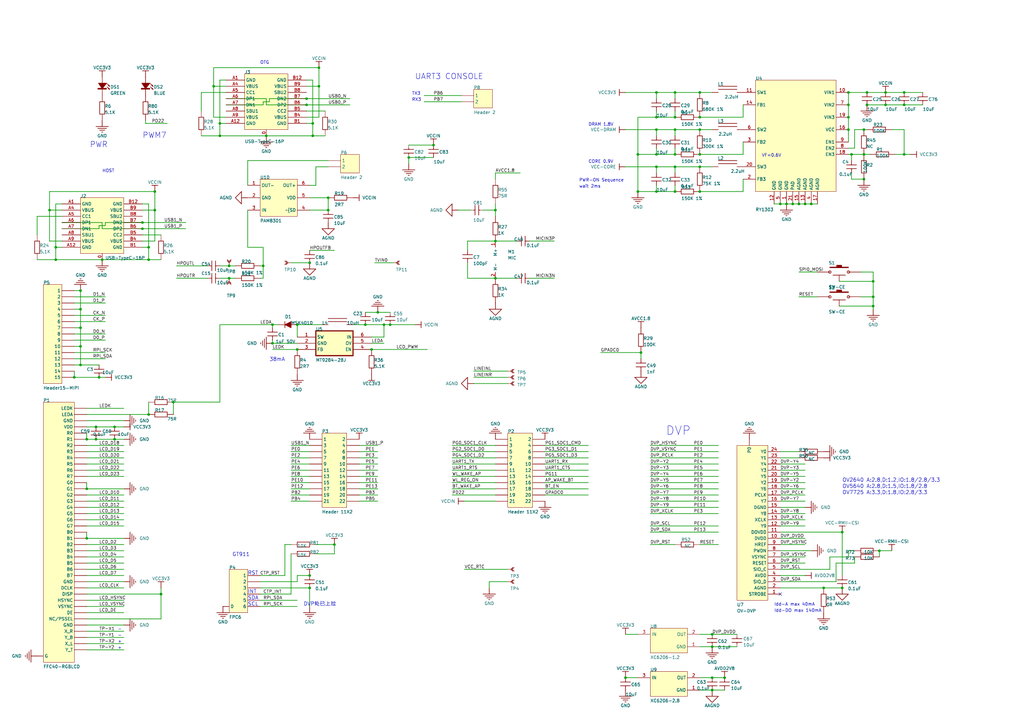
<source format=kicad_sch>
(kicad_sch (version 20211123) (generator eeschema)
  (paper "A3")
  (junction (at 262.89 144.6022))
  (junction (at 354.33 53.1622))
  (junction (at 320.04 83.6422))
  (junction (at 363.22 37.9222))
  (junction (at 276.86 48.0822))
  (junction (at 292.1 265.2522))
  (junction (at 60.96 170.0022))
  (junction (at 66.04 243.6622))
  (junction (at 125.73 43.0022))
  (junction (at 107.95 109.0422))
  (junction (at 33.02 134.4422))
  (junction (at 93.98 109.0422))
  (junction (at 137.16 223.3422))
  (junction (at 33.02 142.0622))
  (junction (at 90.17 55.7022))
  (junction (at 269.24 53.1622))
  (junction (at 127 236.0422))
  (junction (at 134.62 81.1022))
  (junction (at 30.48 154.7622))
  (junction (at 127 241.1222))
  (junction (at 152.4 143.3322))
  (junction (at 276.86 63.3222))
  (junction (at 330.2 83.6422))
  (junction (at 358.14 115.3922))
  (junction (at 269.24 68.4022))
  (junction (at 160.02 133.1722))
  (junction (at 347.98 43.0022))
  (junction (at 20.32 86.1822))
  (junction (at 40.64 154.7622))
  (junction (at 345.44 218.2622))
  (junction (at 22.86 101.4222))
  (junction (at 46.99 180.1622))
  (junction (at 22.86 106.5022))
  (junction (at 370.84 37.9222))
  (junction (at 149.86 133.1722))
  (junction (at 287.02 37.9222))
  (junction (at 203.2 114.1222))
  (junction (at 358.14 121.7422))
  (junction (at 349.25 63.3222))
  (junction (at 93.98 114.1222))
  (junction (at 292.1 277.9522))
  (junction (at 325.12 83.6422))
  (junction (at 33.02 119.2022))
  (junction (at 287.02 48.0822))
  (junction (at 269.24 48.0822))
  (junction (at 337.82 241.1222))
  (junction (at 46.99 175.0822))
  (junction (at 347.98 48.0822))
  (junction (at 347.98 53.1622))
  (junction (at 130.81 35.3822))
  (junction (at 63.5 78.5622))
  (junction (at 327.66 83.6422))
  (junction (at 125.73 40.4622))
  (junction (at 354.33 73.4822))
  (junction (at 58.42 91.2622))
  (junction (at 90.17 50.6222))
  (junction (at 322.58 83.6422))
  (junction (at 370.84 63.3222))
  (junction (at 41.91 106.5022))
  (junction (at 347.98 37.9222))
  (junction (at 177.8 59.5122))
  (junction (at 354.33 63.3222))
  (junction (at 35.56 200.4822))
  (junction (at 269.24 63.3222))
  (junction (at 261.62 78.5622))
  (junction (at 355.6 37.9222))
  (junction (at 332.74 83.6422))
  (junction (at 154.94 128.0922))
  (junction (at 345.44 241.1222))
  (junction (at 203.2 98.8822))
  (junction (at 71.12 164.9222))
  (junction (at 39.37 180.1622))
  (junction (at 276.86 68.4022))
  (junction (at 33.02 149.6822))
  (junction (at 355.6 43.0022))
  (junction (at 111.76 140.7922))
  (junction (at 287.02 53.1622))
  (junction (at 370.84 43.0022))
  (junction (at 58.42 93.8022))
  (junction (at 276.86 53.1622))
  (junction (at 287.02 68.4022))
  (junction (at 256.54 277.9522))
  (junction (at 358.14 125.5522))
  (junction (at 33.02 126.8222))
  (junction (at 87.63 35.3822))
  (junction (at 121.92 143.3322))
  (junction (at 128.27 50.6222))
  (junction (at 111.76 133.1722))
  (junction (at 292.1 283.0322))
  (junction (at 276.86 37.9222))
  (junction (at 157.48 133.1722))
  (junction (at 269.24 37.9222))
  (junction (at 269.24 78.5622))
  (junction (at 60.96 106.5022))
  (junction (at 287.02 63.3222))
  (junction (at 35.56 220.8022))
  (junction (at 35.56 180.1622))
  (junction (at 109.22 55.7022))
  (junction (at 63.5 86.1822))
  (junction (at 287.02 78.5622))
  (junction (at 134.62 86.1822))
  (junction (at 127 107.7722))
  (junction (at 297.18 277.9522))
  (junction (at 130.81 27.7622))
  (junction (at 128.27 55.7022))
  (junction (at 203.2 86.1822))
  (junction (at 363.22 43.0022))
  (junction (at 60.96 101.4222))
  (junction (at 276.86 78.5622))
  (junction (at 360.68 225.8822))
  (junction (at 261.62 63.3222))
  (junction (at 121.92 133.1722))
  (junction (at 39.37 175.0822))
  (junction (at 292.1 260.1722))
  (junction (at 167.64 64.5922))
  (no_connect (at 320.04 243.6622))
  (wire (pts (xy 292.1 260.1722) (xy 302.26 260.1722)) (stroke (width 0.254)))
  (wire (pts (xy 287.02 78.5622) (xy 304.8 78.5622)) (stroke (width 0.254)))
  (wire (pts (xy 90.17 50.6222) (xy 92.71 50.6222)) (stroke (width 0.254)))
  (wire (pts (xy 349.25 63.3222) (xy 354.33 63.3222)) (stroke (width 0.254)))
  (wire (pts (xy 87.63 48.0822) (xy 92.71 48.0822)) (stroke (width 0.254)))
  (wire (pts (xy 71.12 170.0022) (xy 71.12 164.9222)) (stroke (width 0.254)))
  (wire (pts (xy 350.52 230.9622) (xy 350.52 228.4222)) (stroke (width 0.254)))
  (wire (pts (xy 223.52 195.4022) (xy 241.3 195.4022)) (stroke (width 0.254)))
  (wire (pts (xy 358.14 121.7422) (xy 358.14 125.5522)) (stroke (width 0.254)))
  (wire (pts (xy 43.18 91.2622) (xy 58.42 91.2622)) (stroke (width 0.254)))
  (wire (pts (xy 59.69 49.3522) (xy 59.69 50.6222)) (stroke (width 0.254)))
  (wire (pts (xy 50.8 263.9822) (xy 35.56 263.9822)) (stroke (width 0.254)))
  (wire (pts (xy 347.98 43.0022) (xy 347.98 48.0822)) (stroke (width 0.254)))
  (wire (pts (xy 110.49 40.4622) (xy 125.73 40.4622)) (stroke (width 0.254)))
  (wire (pts (xy 125.73 40.4622) (xy 143.51 40.4622)) (stroke (width 0.254)))
  (wire (pts (xy 147.32 197.9422) (xy 154.94 197.9422)) (stroke (width 0.254)))
  (wire (pts (xy 35.56 220.8022) (xy 50.8 220.8022)) (stroke (width 0.254)))
  (wire (pts (xy 35.56 175.0822) (xy 39.37 175.0822)) (stroke (width 0.254)))
  (wire (pts (xy 30.48 147.1422) (xy 43.18 147.1422)) (stroke (width 0.254)))
  (wire (pts (xy 66.04 243.6622) (xy 66.04 241.1222)) (stroke (width 0.254)))
  (wire (pts (xy 276.86 70.9422) (xy 276.86 68.4022)) (stroke (width 0.254)))
  (wire (pts (xy 287.02 68.4022) (xy 276.86 68.4022)) (stroke (width 0.254)))
  (wire (pts (xy 276.86 63.3222) (xy 269.24 63.3222)) (stroke (width 0.254)))
  (wire (pts (xy 147.32 192.8622) (xy 154.94 192.8622)) (stroke (width 0.254)))
  (wire (pts (xy 287.02 260.1722) (xy 292.1 260.1722)) (stroke (width 0.254)))
  (wire (pts (xy 347.98 225.8822) (xy 350.52 225.8822)) (stroke (width 0.254)))
  (wire (pts (xy 269.24 68.4022) (xy 269.24 70.9422)) (stroke (width 0.254)))
  (wire (pts (xy 241.3 192.8622) (xy 223.52 192.8622)) (stroke (width 0.254)))
  (wire (pts (xy 110.49 41.7322) (xy 110.49 40.4622)) (stroke (width 0.254)))
  (wire (pts (xy 129.54 76.0222) (xy 129.54 68.4022)) (stroke (width 0.254)))
  (wire (pts (xy 241.3 185.2422) (xy 223.52 185.2422)) (stroke (width 0.254)))
  (wire (pts (xy 241.3 190.3222) (xy 223.52 190.3222)) (stroke (width 0.254)))
  (wire (pts (xy 367.03 63.3222) (xy 370.84 63.3222)) (stroke (width 0.254)))
  (wire (pts (xy 320.04 200.4822) (xy 330.2 200.4822)) (stroke (width 0.254)))
  (wire (pts (xy 353.06 121.7422) (xy 358.14 121.7422)) (stroke (width 0.254)))
  (wire (pts (xy 35.56 182.7022) (xy 50.8 182.7022)) (stroke (width 0.254)))
  (wire (pts (xy 50.8 228.4222) (xy 35.56 228.4222)) (stroke (width 0.254)))
  (wire (pts (xy 41.91 93.8022) (xy 58.42 93.8022)) (stroke (width 0.254)))
  (wire (pts (xy 60.96 164.9222) (xy 60.96 170.0022)) (stroke (width 0.254)))
  (wire (pts (xy 137.16 223.3422) (xy 137.16 227.1522)) (stroke (width 0.254)))
  (wire (pts (xy 189.23 39.1922) (xy 173.99 39.1922)) (stroke (width 0.254)))
  (wire (pts (xy 90.17 55.7022) (xy 90.17 50.6222)) (stroke (width 0.254)))
  (wire (pts (xy 350.52 53.1622) (xy 354.33 53.1622)) (stroke (width 0.254)))
  (wire (pts (xy 208.28 154.7622) (xy 194.31 154.7622)) (stroke (width 0.254)))
  (wire (pts (xy 87.63 27.7622) (xy 130.81 27.7622)) (stroke (width 0.254)))
  (wire (pts (xy 22.86 83.6422) (xy 22.86 101.4222)) (stroke (width 0.254)))
  (wire (pts (xy 266.7 215.7222) (xy 294.64 215.7222)) (stroke (width 0.254)))
  (wire (pts (xy 358.14 111.5822) (xy 358.14 115.3922)) (stroke (width 0.254)))
  (wire (pts (xy 203.2 86.1822) (xy 203.2 88.7222)) (stroke (width 0.254)))
  (wire (pts (xy 266.7 185.2422) (xy 294.64 185.2422)) (stroke (width 0.254)))
  (wire (pts (xy 194.31 157.3022) (xy 208.28 157.3022)) (stroke (width 0.254)))
  (wire (pts (xy 217.17 98.8822) (xy 227.33 98.8822)) (stroke (width 0.254)))
  (wire (pts (xy 41.91 91.2622) (xy 41.91 93.8022)) (stroke (width 0.254)))
  (wire (pts (xy 147.32 182.7022) (xy 154.94 182.7022)) (stroke (width 0.254)))
  (wire (pts (xy 92.71 40.4622) (xy 109.22 40.4622)) (stroke (width 0.254)))
  (wire (pts (xy 330.2 83.6422) (xy 332.74 83.6422)) (stroke (width 0.254)))
  (wire (pts (xy 134.62 81.1022) (xy 127 81.1022)) (stroke (width 0.254)))
  (wire (pts (xy 269.24 53.1622) (xy 269.24 55.7022)) (stroke (width 0.254)))
  (wire (pts (xy 347.98 63.3222) (xy 349.25 63.3222)) (stroke (width 0.254)))
  (wire (pts (xy 203.2 200.4822) (xy 185.42 200.4822)) (stroke (width 0.254)))
  (wire (pts (xy 320.04 190.3222) (xy 330.2 190.3222)) (stroke (width 0.254)))
  (wire (pts (xy 261.62 277.9522) (xy 256.54 277.9522)) (stroke (width 0.254)))
  (wire (pts (xy 317.5 83.6422) (xy 320.04 83.6422)) (stroke (width 0.254)))
  (wire (pts (xy 349.25 65.8622) (xy 349.25 63.3222)) (stroke (width 0.254)))
  (wire (pts (xy 358.14 125.5522) (xy 358.14 126.8222)) (stroke (width 0.254)))
  (wire (pts (xy 292.1 283.0322) (xy 287.02 283.0322)) (stroke (width 0.254)))
  (wire (pts (xy 50.8 190.3222) (xy 35.56 190.3222)) (stroke (width 0.254)))
  (wire (pts (xy 203.2 195.4022) (xy 185.42 195.4022)) (stroke (width 0.254)))
  (wire (pts (xy 50.8 241.1222) (xy 35.56 241.1222)) (stroke (width 0.254)))
  (wire (pts (xy 269.24 40.4622) (xy 269.24 37.9222)) (stroke (width 0.254)))
  (wire (pts (xy 111.76 134.4422) (xy 111.76 133.1722)) (stroke (width 0.254)))
  (wire (pts (xy 355.6 43.0022) (xy 363.22 43.0022)) (stroke (width 0.254)))
  (wire (pts (xy 208.28 233.5022) (xy 190.5 233.5022)) (stroke (width 0.254)))
  (wire (pts (xy 320.04 230.9622) (xy 330.2 230.9622)) (stroke (width 0.254)))
  (wire (pts (xy 22.86 106.5022) (xy 22.86 101.4222)) (stroke (width 0.254)))
  (wire (pts (xy 147.32 203.0222) (xy 154.94 203.0222)) (stroke (width 0.254)))
  (wire (pts (xy 203.2 70.9422) (xy 213.36 70.9422)) (stroke (width 0.254)))
  (wire (pts (xy 276.86 60.7822) (xy 276.86 63.3222)) (stroke (width 0.254)))
  (wire (pts (xy 39.37 175.0822) (xy 46.99 175.0822)) (stroke (width 0.254)))
  (wire (pts (xy 358.14 115.3922) (xy 358.14 121.7422)) (stroke (width 0.254)))
  (wire (pts (xy 43.18 121.7422) (xy 30.48 121.7422)) (stroke (width 0.254)))
  (wire (pts (xy 22.86 106.5022) (xy 41.91 106.5022)) (stroke (width 0.254)))
  (wire (pts (xy 87.63 35.3822) (xy 87.63 27.7622)) (stroke (width 0.254)))
  (wire (pts (xy 320.04 197.9422) (xy 330.2 197.9422)) (stroke (width 0.254)))
  (wire (pts (xy 127 185.2422) (xy 119.38 185.2422)) (stroke (width 0.254)))
  (wire (pts (xy 130.81 48.0822) (xy 125.73 48.0822)) (stroke (width 0.254)))
  (wire (pts (xy 355.6 37.9222) (xy 347.98 37.9222)) (stroke (width 0.254)))
  (wire (pts (xy 320.04 220.8022) (xy 330.2 220.8022)) (stroke (width 0.254)))
  (wire (pts (xy 337.82 241.1222) (xy 345.44 241.1222)) (stroke (width 0.254)))
  (wire (pts (xy 50.8 205.5622) (xy 35.56 205.5622)) (stroke (width 0.254)))
  (wire (pts (xy 170.18 133.1722) (xy 160.02 133.1722)) (stroke (width 0.254)))
  (wire (pts (xy 40.64 92.5322) (xy 43.18 92.5322)) (stroke (width 0.254)))
  (wire (pts (xy 50.8 215.7222) (xy 35.56 215.7222)) (stroke (width 0.254)))
  (wire (pts (xy 189.23 41.7322) (xy 173.99 41.7322)) (stroke (width 0.254)))
  (wire (pts (xy 50.8 251.2822) (xy 35.56 251.2822)) (stroke (width 0.254)))
  (wire (pts (xy 125.73 35.3822) (xy 130.81 35.3822)) (stroke (width 0.254)))
  (wire (pts (xy 30.48 149.6822) (xy 33.02 149.6822)) (stroke (width 0.254)))
  (wire (pts (xy 22.86 101.4222) (xy 25.4 101.4222)) (stroke (width 0.254)))
  (wire (pts (xy 127 86.1822) (xy 134.62 86.1822)) (stroke (width 0.254)))
  (wire (pts (xy 292.1 265.2522) (xy 302.26 265.2522)) (stroke (width 0.254)))
  (wire (pts (xy 287.02 48.0822) (xy 304.8 48.0822)) (stroke (width 0.254)))
  (wire (pts (xy 292.1 265.2522) (xy 287.02 265.2522)) (stroke (width 0.254)))
  (wire (pts (xy 50.8 230.9622) (xy 35.56 230.9622)) (stroke (width 0.254)))
  (wire (pts (xy 35.56 243.6622) (xy 66.04 243.6622)) (stroke (width 0.254)))
  (wire (pts (xy 35.56 177.6222) (xy 35.56 180.1622)) (stroke (width 0.254)))
  (wire (pts (xy 353.06 111.5822) (xy 358.14 111.5822)) (stroke (width 0.254)))
  (wire (pts (xy 347.98 228.4222) (xy 347.98 225.8822)) (stroke (width 0.254)))
  (wire (pts (xy 167.64 67.1322) (xy 167.64 64.5922)) (stroke (width 0.254)))
  (wire (pts (xy 33.02 142.0622) (xy 30.48 142.0622)) (stroke (width 0.254)))
  (wire (pts (xy 363.22 43.0022) (xy 370.84 43.0022)) (stroke (width 0.254)))
  (wire (pts (xy 287.02 223.3422) (xy 294.64 223.3422)) (stroke (width 0.254)))
  (wire (pts (xy 63.5 78.5622) (xy 63.5 86.1822)) (stroke (width 0.254)))
  (wire (pts (xy 43.18 139.5222) (xy 30.48 139.5222)) (stroke (width 0.254)))
  (wire (pts (xy 63.5 98.8822) (xy 58.42 98.8822)) (stroke (width 0.254)))
  (wire (pts (xy 106.68 236.0422) (xy 116.84 236.0422)) (stroke (width 0.254)))
  (wire (pts (xy 208.28 238.5822) (xy 200.66 238.5822)) (stroke (width 0.254)))
  (wire (pts (xy 30.48 134.4422) (xy 33.02 134.4422)) (stroke (width 0.254)))
  (wire (pts (xy 276.86 78.5622) (xy 269.24 78.5622)) (stroke (width 0.254)))
  (wire (pts (xy 132.08 133.1722) (xy 121.92 133.1722)) (stroke (width 0.254)))
  (wire (pts (xy 50.8 225.8822) (xy 35.56 225.8822)) (stroke (width 0.254)))
  (wire (pts (xy 320.04 241.1222) (xy 337.82 241.1222)) (stroke (width 0.254)))
  (wire (pts (xy 261.62 78.5622) (xy 261.62 63.3222)) (stroke (width 0.254)))
  (wire (pts (xy 60.96 101.4222) (xy 58.42 101.4222)) (stroke (width 0.254)))
  (wire (pts (xy 127 187.7822) (xy 119.38 187.7822)) (stroke (width 0.254)))
  (wire (pts (xy 50.8 210.6422) (xy 35.56 210.6422)) (stroke (width 0.254)))
  (wire (pts (xy 66.04 106.5022) (xy 60.96 106.5022)) (stroke (width 0.254)))
  (wire (pts (xy 191.77 98.8822) (xy 203.2 98.8822)) (stroke (width 0.254)))
  (wire (pts (xy 269.24 63.3222) (xy 269.24 60.7822)) (stroke (width 0.254)))
  (wire (pts (xy 144.78 133.1722) (xy 149.86 133.1722)) (stroke (width 0.254)))
  (wire (pts (xy 320.04 238.5822) (xy 342.9 238.5822)) (stroke (width 0.254)))
  (wire (pts (xy 25.4 91.2622) (xy 41.91 91.2622)) (stroke (width 0.254)))
  (wire (pts (xy 33.02 149.6822) (xy 33.02 142.0622)) (stroke (width 0.254)))
  (wire (pts (xy 33.02 126.8222) (xy 33.02 134.4422)) (stroke (width 0.254)))
  (wire (pts (xy 320.04 185.2422) (xy 327.66 185.2422)) (stroke (width 0.254)))
  (wire (pts (xy 111.76 139.5222) (xy 111.76 140.7922)) (stroke (width 0.254)))
  (wire (pts (xy 15.24 88.7222) (xy 15.24 96.3422)) (stroke (width 0.254)))
  (wire (pts (xy 82.55 55.7022) (xy 90.17 55.7022)) (stroke (width 0.254)))
  (wire (pts (xy 266.7 182.7022) (xy 294.64 182.7022)) (stroke (width 0.254)))
  (wire (pts (xy 125.73 45.5422) (xy 133.35 45.5422)) (stroke (width 0.254)))
  (wire (pts (xy 121.92 133.1722) (xy 121.92 138.2522)) (stroke (width 0.254)))
  (wire (pts (xy 266.7 205.5622) (xy 294.64 205.5622)) (stroke (width 0.254)))
  (wire (pts (xy 363.22 37.9222) (xy 355.6 37.9222)) (stroke (width 0.254)))
  (wire (pts (xy 127 241.1222) (xy 127 248.7422)) (stroke (width 0.254)))
  (wire (pts (xy 46.99 175.0822) (xy 50.8 175.0822)) (stroke (width 0.254)))
  (wire (pts (xy 30.48 154.7622) (xy 40.64 154.7622)) (stroke (width 0.254)))
  (wire (pts (xy 269.24 78.5622) (xy 261.62 78.5622)) (stroke (width 0.254)))
  (wire (pts (xy 269.24 37.9222) (xy 276.86 37.9222)) (stroke (width 0.254)))
  (wire (pts (xy 87.63 35.3822) (xy 87.63 48.0822)) (stroke (width 0.254)))
  (wire (pts (xy 116.84 223.3422) (xy 119.38 223.3422)) (stroke (width 0.254)))
  (wire (pts (xy 90.17 109.0422) (xy 93.98 109.0422)) (stroke (width 0.254)))
  (wire (pts (xy 106.68 238.5822) (xy 121.92 238.5822)) (stroke (width 0.254)))
  (wire (pts (xy 35.56 218.2622) (xy 35.56 220.8022)) (stroke (width 0.254)))
  (wire (pts (xy 349.25 70.9422) (xy 349.25 73.4822)) (stroke (width 0.254)))
  (wire (pts (xy 320.04 215.7222) (xy 330.2 215.7222)) (stroke (width 0.254)))
  (wire (pts (xy 354.33 63.3222) (xy 356.87 63.3222)) (stroke (width 0.254)))
  (wire (pts (xy 344.17 115.3922) (xy 358.14 115.3922)) (stroke (width 0.254)))
  (wire (pts (xy 129.54 68.4022) (xy 134.62 68.4022)) (stroke (width 0.254)))
  (wire (pts (xy 304.8 78.5622) (xy 304.8 73.4822)) (stroke (width 0.254)))
  (wire (pts (xy 35.56 180.1622) (xy 39.37 180.1622)) (stroke (width 0.254)))
  (wire (pts (xy 90.17 133.1722) (xy 111.76 133.1722)) (stroke (width 0.254)))
  (wire (pts (xy 327.66 187.7822) (xy 320.04 187.7822)) (stroke (width 0.254)))
  (wire (pts (xy 50.8 248.7422) (xy 35.56 248.7422)) (stroke (width 0.254)))
  (wire (pts (xy 130.81 35.3822) (xy 130.81 48.0822)) (stroke (width 0.254)))
  (wire (pts (xy 66.04 253.8222) (xy 66.04 243.6622)) (stroke (width 0.254)))
  (wire (pts (xy 71.12 164.9222) (xy 90.17 164.9222)) (stroke (width 0.254)))
  (wire (pts (xy 370.84 43.0022) (xy 378.46 43.0022)) (stroke (width 0.254)))
  (wire (pts (xy 147.32 200.4822) (xy 154.94 200.4822)) (stroke (width 0.254)))
  (wire (pts (xy 147.32 185.2422) (xy 154.94 185.2422)) (stroke (width 0.254)))
  (wire (pts (xy 193.04 86.1822) (xy 187.96 86.1822)) (stroke (width 0.254)))
  (wire (pts (xy 127 182.7022) (xy 119.38 182.7022)) (stroke (width 0.254)))
  (wire (pts (xy 111.76 140.7922) (xy 121.92 140.7922)) (stroke (width 0.254)))
  (wire (pts (xy 191.77 114.1222) (xy 203.2 114.1222)) (stroke (width 0.254)))
  (wire (pts (xy 203.2 192.8622) (xy 185.42 192.8622)) (stroke (width 0.254)))
  (wire (pts (xy 320.04 83.6422) (xy 322.58 83.6422)) (stroke (width 0.254)))
  (wire (pts (xy 262.89 144.6022) (xy 246.38 144.6022)) (stroke (width 0.254)))
  (wire (pts (xy 304.8 63.3222) (xy 304.8 58.2422)) (stroke (width 0.254)))
  (wire (pts (xy 167.64 59.5122) (xy 177.8 59.5122)) (stroke (width 0.254)))
  (wire (pts (xy 50.8 167.4622) (xy 35.56 167.4622)) (stroke (width 0.254)))
  (wire (pts (xy 349.25 73.4822) (xy 354.33 73.4822)) (stroke (width 0.254)))
  (wire (pts (xy 43.18 129.3622) (xy 30.48 129.3622)) (stroke (width 0.254)))
  (wire (pts (xy 40.64 154.7622) (xy 43.18 154.7622)) (stroke (width 0.254)))
  (wire (pts (xy 41.91 106.5022) (xy 60.96 106.5022)) (stroke (width 0.254)))
  (wire (pts (xy 15.24 106.5022) (xy 22.86 106.5022)) (stroke (width 0.254)))
  (wire (pts (xy 127 195.4022) (xy 119.38 195.4022)) (stroke (width 0.254)))
  (wire (pts (xy 107.95 109.0422) (xy 106.68 109.0422)) (stroke (width 0.254)))
  (wire (pts (xy 347.98 37.9222) (xy 347.98 43.0022)) (stroke (width 0.254)))
  (wire (pts (xy 59.69 50.6222) (xy 68.58 50.6222)) (stroke (width 0.254)))
  (wire (pts (xy 363.22 37.9222) (xy 370.84 37.9222)) (stroke (width 0.254)))
  (wire (pts (xy 60.96 83.6422) (xy 58.42 83.6422)) (stroke (width 0.254)))
  (wire (pts (xy 25.4 86.1822) (xy 20.32 86.1822)) (stroke (width 0.254)))
  (wire (pts (xy 161.29 107.7722) (xy 153.67 107.7722)) (stroke (width 0.254)))
  (wire (pts (xy 25.4 83.6422) (xy 22.86 83.6422)) (stroke (width 0.254)))
  (wire (pts (xy 261.62 48.0822) (xy 269.24 48.0822)) (stroke (width 0.254)))
  (wire (pts (xy 33.02 134.4422) (xy 33.02 142.0622)) (stroke (width 0.254)))
  (wire (pts (xy 320.04 225.8822) (xy 332.74 225.8822)) (stroke (width 0.254)))
  (wire (pts (xy 50.8 258.9022) (xy 35.56 258.9022)) (stroke (width 0.254)))
  (wire (pts (xy 360.68 228.4222) (xy 360.68 225.8822)) (stroke (width 0.254)))
  (wire (pts (xy 276.86 68.4022) (xy 269.24 68.4022)) (stroke (width 0.254)))
  (wire (pts (xy 154.94 128.0922) (xy 149.86 128.0922)) (stroke (width 0.254)))
  (wire (pts (xy 203.2 83.6422) (xy 203.2 86.1822)) (stroke (width 0.254)))
  (wire (pts (xy 43.18 136.9822) (xy 30.48 136.9822)) (stroke (width 0.254)))
  (wire (pts (xy 129.54 223.3422) (xy 137.16 223.3422)) (stroke (width 0.254)))
  (wire (pts (xy 119.38 107.7722) (xy 127 107.7722)) (stroke (width 0.254)))
  (wire (pts (xy 90.17 114.1222) (xy 93.98 114.1222)) (stroke (width 0.254)))
  (wire (pts (xy 203.2 73.4822) (xy 203.2 70.9422)) (stroke (width 0.254)))
  (wire (pts (xy 266.7 187.7822) (xy 294.64 187.7822)) (stroke (width 0.254)))
  (wire (pts (xy 92.71 32.8422) (xy 90.17 32.8422)) (stroke (width 0.254)))
  (wire (pts (xy 109.22 40.4622) (xy 109.22 43.0022)) (stroke (width 0.254)))
  (wire (pts (xy 160.02 133.1722) (xy 157.48 133.1722)) (stroke (width 0.254)))
  (wire (pts (xy 241.3 203.0222) (xy 223.52 203.0222)) (stroke (width 0.254)))
  (wire (pts (xy 320.04 195.4022) (xy 330.2 195.4022)) (stroke (width 0.254)))
  (wire (pts (xy 50.8 185.2422) (xy 35.56 185.2422)) (stroke (width 0.254)))
  (wire (pts (xy 335.28 111.5822) (xy 327.66 111.5822)) (stroke (width 0.254)))
  (wire (pts (xy 134.62 65.8622) (xy 101.6 65.8622)) (stroke (width 0.254)))
  (wire (pts (xy 35.56 197.9422) (xy 35.56 200.4822)) (stroke (width 0.254)))
  (wire (pts (xy 93.98 109.0422) (xy 96.52 109.0422)) (stroke (width 0.254)))
  (wire (pts (xy 127 203.0222) (xy 119.38 203.0222)) (stroke (width 0.254)))
  (wire (pts (xy 320.04 203.0222) (xy 330.2 203.0222)) (stroke (width 0.254)))
  (wire (pts (xy 347.98 48.0822) (xy 347.98 53.1622)) (stroke (width 0.254)))
  (wire (pts (xy 128.27 55.7022) (xy 128.27 50.6222)) (stroke (width 0.254)))
  (wire (pts (xy 157.48 138.2522) (xy 152.4 138.2522)) (stroke (width 0.254)))
  (wire (pts (xy 203.2 203.0222) (xy 185.42 203.0222)) (stroke (width 0.254)))
  (wire (pts (xy 327.66 83.6422) (xy 330.2 83.6422)) (stroke (width 0.254)))
  (wire (pts (xy 58.42 96.3422) (xy 66.04 96.3422)) (stroke (width 0.254)))
  (wire (pts (xy 266.7 195.4022) (xy 294.64 195.4022)) (stroke (width 0.254)))
  (wire (pts (xy 320.04 213.1822) (xy 330.2 213.1822)) (stroke (width 0.254)))
  (wire (pts (xy 50.8 195.4022) (xy 35.56 195.4022)) (stroke (width 0.254)))
  (wire (pts (xy 217.17 114.1222) (xy 227.33 114.1222)) (stroke (width 0.254)))
  (wire (pts (xy 128.27 50.6222) (xy 125.73 50.6222)) (stroke (width 0.254)))
  (wire (pts (xy 266.7 192.8622) (xy 294.64 192.8622)) (stroke (width 0.254)))
  (wire (pts (xy 133.35 55.7022) (xy 128.27 55.7022)) (stroke (width 0.254)))
  (wire (pts (xy 90.17 55.7022) (xy 109.22 55.7022)) (stroke (width 0.254)))
  (wire (pts (xy 50.8 192.8622) (xy 35.56 192.8622)) (stroke (width 0.254)))
  (wire (pts (xy 203.2 197.9422) (xy 185.42 197.9422)) (stroke (width 0.254)))
  (wire (pts (xy 203.2 205.5622) (xy 190.5 205.5622)) (stroke (width 0.254)))
  (wire (pts (xy 304.8 48.0822) (xy 304.8 43.0022)) (stroke (width 0.254)))
  (wire (pts (xy 50.8 233.5022) (xy 35.56 233.5022)) (stroke (width 0.254)))
  (wire (pts (xy 347.98 60.7822) (xy 350.52 60.7822)) (stroke (width 0.254)))
  (wire (pts (xy 60.96 106.5022) (xy 60.96 101.4222)) (stroke (width 0.254)))
  (wire (pts (xy 33.02 126.8222) (xy 30.48 126.8222)) (stroke (width 0.254)))
  (wire (pts (xy 266.7 218.2622) (xy 294.64 218.2622)) (stroke (width 0.254)))
  (wire (pts (xy 340.36 233.5022) (xy 340.36 228.4222)) (stroke (width 0.254)))
  (wire (pts (xy 320.04 192.8622) (xy 330.2 192.8622)) (stroke (width 0.254)))
  (wire (pts (xy 276.86 53.1622) (xy 269.24 53.1622)) (stroke (width 0.254)))
  (wire (pts (xy 198.12 86.1822) (xy 203.2 86.1822)) (stroke (width 0.254)))
  (wire (pts (xy 276.86 37.9222) (xy 287.02 37.9222)) (stroke (width 0.254)))
  (wire (pts (xy 50.8 223.3422) (xy 35.56 223.3422)) (stroke (width 0.254)))
  (wire (pts (xy 360.68 225.8822) (xy 365.76 225.8822)) (stroke (width 0.254)))
  (wire (pts (xy 223.52 197.9422) (xy 241.3 197.9422)) (stroke (width 0.254)))
  (wire (pts (xy 128.27 32.8422) (xy 125.73 32.8422)) (stroke (width 0.254)))
  (wire (pts (xy 149.86 133.1722) (xy 157.48 133.1722)) (stroke (width 0.254)))
  (wire (pts (xy 340.36 228.4222) (xy 347.98 228.4222)) (stroke (width 0.254)))
  (wire (pts (xy 276.86 55.7022) (xy 276.86 53.1622)) (stroke (width 0.254)))
  (wire (pts (xy 128.27 50.6222) (xy 128.27 32.8422)) (stroke (width 0.254)))
  (wire (pts (xy 276.86 45.5422) (xy 276.86 48.0822)) (stroke (width 0.254)))
  (wire (pts (xy 342.9 238.5822) (xy 342.9 230.9622)) (stroke (width 0.254)))
  (wire (pts (xy 325.12 83.6422) (xy 327.66 83.6422)) (stroke (width 0.254)))
  (wire (pts (xy 320.04 218.2622) (xy 345.44 218.2622)) (stroke (width 0.254)))
  (wire (pts (xy 137.16 227.1522) (xy 129.54 227.1522)) (stroke (width 0.254)))
  (wire (pts (xy 370.84 53.1622) (xy 370.84 63.3222)) (stroke (width 0.254)))
  (wire (pts (xy 111.76 133.1722) (xy 114.3 133.1722)) (stroke (width 0.254)))
  (wire (pts (xy 20.32 78.5622) (xy 63.5 78.5622)) (stroke (width 0.254)))
  (wire (pts (xy 320.04 210.6422) (xy 330.2 210.6422)) (stroke (width 0.254)))
  (wire (pts (xy 269.24 48.0822) (xy 269.24 45.5422)) (stroke (width 0.254)))
  (wire (pts (xy 223.52 200.4822) (xy 241.3 200.4822)) (stroke (width 0.254)))
  (wire (pts (xy 276.86 53.1622) (xy 287.02 53.1622)) (stroke (width 0.254)))
  (wire (pts (xy 85.09 109.0422) (xy 72.39 109.0422)) (stroke (width 0.254)))
  (wire (pts (xy 50.8 203.0222) (xy 35.56 203.0222)) (stroke (width 0.254)))
  (wire (pts (xy 191.77 102.6922) (xy 191.77 98.8822)) (stroke (width 0.254)))
  (wire (pts (xy 106.68 243.6622) (xy 119.38 243.6622)) (stroke (width 0.254)))
  (wire (pts (xy 127 192.8622) (xy 119.38 192.8622)) (stroke (width 0.254)))
  (wire (pts (xy 191.77 107.7722) (xy 191.77 114.1222)) (stroke (width 0.254)))
  (wire (pts (xy 60.96 170.0022) (xy 35.56 170.0022)) (stroke (width 0.254)))
  (wire (pts (xy 157.48 133.1722) (xy 157.48 138.2522)) (stroke (width 0.254)))
  (wire (pts (xy 345.44 218.2622) (xy 345.44 236.0422)) (stroke (width 0.254)))
  (wire (pts (xy 241.3 182.7022) (xy 223.52 182.7022)) (stroke (width 0.254)))
  (wire (pts (xy 121.92 238.5822) (xy 121.92 236.0422)) (stroke (width 0.254)))
  (wire (pts (xy 119.38 243.6622) (xy 119.38 227.1522)) (stroke (width 0.254)))
  (wire (pts (xy 46.99 180.1622) (xy 39.37 180.1622)) (stroke (width 0.254)))
  (wire (pts (xy 43.18 131.9022) (xy 30.48 131.9022)) (stroke (width 0.254)))
  (wire (pts (xy 82.55 37.9222) (xy 82.55 45.5422)) (stroke (width 0.254)))
  (wire (pts (xy 109.22 55.7022) (xy 128.27 55.7022)) (stroke (width 0.254)))
  (wire (pts (xy 30.48 119.2022) (xy 33.02 119.2022)) (stroke (width 0.254)))
  (wire (pts (xy 203.2 187.7822) (xy 185.42 187.7822)) (stroke (width 0.254)))
  (wire (pts (xy 269.24 63.3222) (xy 261.62 63.3222)) (stroke (width 0.254)))
  (wire (pts (xy 322.58 83.6422) (xy 325.12 83.6422)) (stroke (width 0.254)))
  (wire (pts (xy 92.71 35.3822) (xy 87.63 35.3822)) (stroke (width 0.254)))
  (wire (pts (xy 101.6 86.1822) (xy 101.6 101.4222)) (stroke (width 0.254)))
  (wire (pts (xy 266.7 203.0222) (xy 294.64 203.0222)) (stroke (width 0.254)))
  (wire (pts (xy 107.95 114.1222) (xy 107.95 109.0422)) (stroke (width 0.254)))
  (wire (pts (xy 35.56 200.4822) (xy 50.8 200.4822)) (stroke (width 0.254)))
  (wire (pts (xy 50.8 261.4422) (xy 35.56 261.4422)) (stroke (width 0.254)))
  (wire (pts (xy 320.04 223.3422) (xy 330.2 223.3422)) (stroke (width 0.254)))
  (wire (pts (xy 33.02 119.2022) (xy 33.02 126.8222)) (stroke (width 0.254)))
  (wire (pts (xy 287.02 37.9222) (xy 292.1 37.9222)) (stroke (width 0.254)))
  (wire (pts (xy 347.98 53.1622) (xy 347.98 58.2422)) (stroke (width 0.254)))
  (wire (pts (xy 365.76 53.1622) (xy 370.84 53.1622)) (stroke (width 0.254)))
  (wire (pts (xy 266.7 190.3222) (xy 294.64 190.3222)) (stroke (width 0.254)))
  (wire (pts (xy 43.18 92.5322) (xy 43.18 91.2622)) (stroke (width 0.254)))
  (wire (pts (xy 107.95 41.7322) (xy 110.49 41.7322)) (stroke (width 0.254)))
  (wire (pts (xy 342.9 230.9622) (xy 350.52 230.9622)) (stroke (width 0.254)))
  (wire (pts (xy 147.32 195.4022) (xy 154.94 195.4022)) (stroke (width 0.254)))
  (wire (pts (xy 269.24 37.9222) (xy 256.54 37.9222)) (stroke (width 0.254)))
  (wire (pts (xy 101.6 65.8622) (xy 101.6 76.0222)) (stroke (width 0.254)))
  (wire (pts (xy 35.56 253.8222) (xy 66.04 253.8222)) (stroke (width 0.254)))
  (wire (pts (xy 320.04 208.1022) (xy 330.2 208.1022)) (stroke (width 0.254)))
  (wire (pts (xy 40.64 93.8022) (xy 40.64 92.5322)) (stroke (width 0.254)))
  (wire (pts (xy 203.2 114.1222) (xy 212.09 114.1222)) (stroke (width 0.254)))
  (wire (pts (xy 25.4 88.7222) (xy 15.24 88.7222)) (stroke (width 0.254)))
  (wire (pts (xy 320.04 233.5022) (xy 340.36 233.5022)) (stroke (width 0.254)))
  (wire (pts (xy 212.09 98.8822) (xy 203.2 98.8822)) (stroke (width 0.254)))
  (wire (pts (xy 30.48 144.6022) (xy 43.18 144.6022)) (stroke (width 0.254)))
  (wire (pts (xy 287.02 53.1622) (xy 292.1 53.1622)) (stroke (width 0.254)))
  (wire (pts (xy 92.71 43.0022) (xy 107.95 43.0022)) (stroke (width 0.254)))
  (wire (pts (xy 106.68 241.1222) (xy 127 241.1222)) (stroke (width 0.254)))
  (wire (pts (xy 320.04 236.0422) (xy 330.2 236.0422)) (stroke (width 0.254)))
  (wire (pts (xy 93.98 114.1222) (xy 96.52 114.1222)) (stroke (width 0.254)))
  (wire (pts (xy 261.62 260.1722) (xy 256.54 260.1722)) (stroke (width 0.254)))
  (wire (pts (xy 266.7 208.1022) (xy 294.64 208.1022)) (stroke (width 0.254)))
  (wire (pts (xy 50.8 236.0422) (xy 35.56 236.0422)) (stroke (width 0.254)))
  (wire (pts (xy 50.8 238.5822) (xy 35.56 238.5822)) (stroke (width 0.254)))
  (wire (pts (xy 20.32 86.1822) (xy 20.32 98.8822)) (stroke (width 0.254)))
  (wire (pts (xy 203.2 182.7022) (xy 185.42 182.7022)) (stroke (width 0.254)))
  (wire (pts (xy 125.73 43.0022) (xy 143.51 43.0022)) (stroke (width 0.254)))
  (wire (pts (xy 50.8 208.1022) (xy 35.56 208.1022)) (stroke (width 0.254)))
  (wire (pts (xy 90.17 32.8422) (xy 90.17 50.6222)) (stroke (width 0.254)))
  (wire (pts (xy 269.24 78.5622) (xy 269.24 76.0222)) (stroke (width 0.254)))
  (wire (pts (xy 101.6 101.4222) (xy 107.95 101.4222)) (stroke (width 0.254)))
  (wire (pts (xy 107.95 43.0022) (xy 107.95 41.7322)) (stroke (width 0.254)))
  (wire (pts (xy 266.7 200.4822) (xy 294.64 200.4822)) (stroke (width 0.254)))
  (wire (pts (xy 208.28 152.2222) (xy 194.31 152.2222)) (stroke (width 0.254)))
  (wire (pts (xy 130.81 27.7622) (xy 130.81 35.3822)) (stroke (width 0.254)))
  (wire (pts (xy 320.04 228.4222) (xy 330.2 228.4222)) (stroke (width 0.254)))
  (wire (pts (xy 50.8 187.7822) (xy 35.56 187.7822)) (stroke (width 0.254)))
  (wire (pts (xy 297.18 283.0322) (xy 292.1 283.0322)) (stroke (width 0.254)))
  (wire (pts (xy 262.89 147.1422) (xy 262.89 144.6022)) (stroke (width 0.254)))
  (wire (pts (xy 58.42 86.1822) (xy 63.5 86.1822)) (stroke (width 0.254)))
  (wire (pts (xy 25.4 93.8022) (xy 40.64 93.8022)) (stroke (width 0.254)))
  (wire (pts (xy 152.4 140.7922) (xy 157.48 140.7922)) (stroke (width 0.254)))
  (wire (pts (xy 127 76.0222) (xy 129.54 76.0222)) (stroke (width 0.254)))
  (wire (pts (xy 350.52 60.7822) (xy 350.52 53.1622)) (stroke (width 0.254)))
  (wire (pts (xy 134.62 86.1822) (xy 134.62 81.1022)) (stroke (width 0.254)))
  (wire (pts (xy 261.62 63.3222) (xy 261.62 48.0822)) (stroke (width 0.254)))
  (wire (pts (xy 370.84 63.3222) (xy 373.38 63.3222)) (stroke (width 0.254)))
  (wire (pts (xy 152.4 143.3322) (xy 175.26 143.3322)) (stroke (width 0.254)))
  (wire (pts (xy 63.5 86.1822) (xy 63.5 98.8822)) (stroke (width 0.254)))
  (wire (pts (xy 370.84 37.9222) (xy 378.46 37.9222)) (stroke (width 0.254)))
  (wire (pts (xy 50.8 266.5222) (xy 35.56 266.5222)) (stroke (width 0.254)))
  (wire (pts (xy 60.96 101.4222) (xy 60.96 83.6422)) (stroke (width 0.254)))
  (wire (pts (xy 92.71 37.9222) (xy 82.55 37.9222)) (stroke (width 0.254)))
  (wire (pts (xy 50.8 180.1622) (xy 46.99 180.1622)) (stroke (width 0.254)))
  (wire (pts (xy 276.86 223.3422) (xy 266.7 223.3422)) (stroke (width 0.254)))
  (wire (pts (xy 127 197.9422) (xy 119.38 197.9422)) (stroke (width 0.254)))
  (wire (pts (xy 167.64 64.5922) (xy 177.8 64.5922)) (stroke (width 0.254)))
  (wire (pts (xy 121.92 236.0422) (xy 127 236.0422)) (stroke (width 0.254)))
  (wire (pts (xy 266.7 210.6422) (xy 294.64 210.6422)) (stroke (width 0.254)))
  (wire (pts (xy 147.32 187.7822) (xy 154.94 187.7822)) (stroke (width 0.254)))
  (wire (pts (xy 203.2 190.3222) (xy 185.42 190.3222)) (stroke (width 0.254)))
  (wire (pts (xy 287.02 277.9522) (xy 292.1 277.9522)) (stroke (width 0.254)))
  (wire (pts (xy 276.86 40.4622) (xy 276.86 37.9222)) (stroke (width 0.254)))
  (wire (pts (xy 332.74 83.6422) (xy 335.28 83.6422)) (stroke (width 0.254)))
  (wire (pts (xy 147.32 205.5622) (xy 154.94 205.5622)) (stroke (width 0.254)))
  (wire (pts (xy 50.8 246.2022) (xy 35.56 246.2022)) (stroke (width 0.254)))
  (wire (pts (xy 58.42 91.2622) (xy 76.2 91.2622)) (stroke (width 0.254)))
  (wire (pts (xy 276.86 76.0222) (xy 276.86 78.5622)) (stroke (width 0.254)))
  (wire (pts (xy 269.24 68.4022) (xy 256.54 68.4022)) (stroke (width 0.254)))
  (wire (pts (xy 121.92 143.3322) (xy 111.76 143.3322)) (stroke (width 0.254)))
  (wire (pts (xy 20.32 86.1822) (xy 20.32 78.5622)) (stroke (width 0.254)))
  (wire (pts (xy 241.3 187.7822) (xy 223.52 187.7822)) (stroke (width 0.254)))
  (wire (pts (xy 58.42 93.8022) (xy 76.2 93.8022)) (stroke (width 0.254)))
  (wire (pts (xy 43.18 124.2822) (xy 30.48 124.2822)) (stroke (width 0.254)))
  (wire (pts (xy 160.02 128.0922) (xy 154.94 128.0922)) (stroke (width 0.254)))
  (wire (pts (xy 354.33 53.1622) (xy 355.6 53.1622)) (stroke (width 0.254)))
  (wire (pts (xy 203.2 185.2422) (xy 185.42 185.2422)) (stroke (width 0.254)))
  (wire (pts (xy 90.17 164.9222) (xy 90.17 133.1722)) (stroke (width 0.254)))
  (wire (pts (xy 33.02 149.6822) (xy 40.64 149.6822)) (stroke (width 0.254)))
  (wire (pts (xy 292.1 68.4022) (xy 287.02 68.4022)) (stroke (width 0.254)))
  (wire (pts (xy 266.7 197.9422) (xy 294.64 197.9422)) (stroke (width 0.254)))
  (wire (pts (xy 344.17 125.5522) (xy 358.14 125.5522)) (stroke (width 0.254)))
  (wire (pts (xy 292.1 277.9522) (xy 297.18 277.9522)) (stroke (width 0.254)))
  (wire (pts (xy 320.04 205.5622) (xy 330.2 205.5622)) (stroke (width 0.254)))
  (wire (pts (xy 109.22 43.0022) (xy 125.73 43.0022)) (stroke (width 0.254)))
  (wire (pts (xy 276.86 48.0822) (xy 269.24 48.0822)) (stroke (width 0.254)))
  (wire (pts (xy 85.09 114.1222) (xy 72.39 114.1222)) (stroke (width 0.254)))
  (wire (pts (xy 287.02 63.3222) (xy 304.8 63.3222)) (stroke (width 0.254)))
  (wire (pts (xy 147.32 190.3222) (xy 154.94 190.3222)) (stroke (width 0.254)))
  (wire (pts (xy 127 190.3222) (xy 119.38 190.3222)) (stroke (width 0.254)))
  (wire (pts (xy 127 205.5622) (xy 119.38 205.5622)) (stroke (width 0.254)))
  (wire (pts (xy 106.68 114.1222) (xy 107.95 114.1222)) (stroke (width 0.254)))
  (wire (pts (xy 50.8 256.3622) (xy 35.56 256.3622)) (stroke (width 0.254)))
  (wire (pts (xy 335.28 121.7422) (xy 327.66 121.7422)) (stroke (width 0.254)))
  (wire (pts (xy 200.66 238.5822) (xy 200.66 241.1222)) (stroke (width 0.254)))
  (wire (pts (xy 50.8 213.1822) (xy 35.56 213.1822)) (stroke (width 0.254)))
  (wire (pts (xy 20.32 98.8822) (xy 25.4 98.8822)) (stroke (width 0.254)))
  (wire (pts (xy 106.68 248.7422) (xy 121.92 248.7422)) (stroke (width 0.254)))
  (wire (pts (xy 127 200.4822) (xy 119.38 200.4822)) (stroke (width 0.254)))
  (wire (pts (xy 107.95 101.4222) (xy 107.95 109.0422)) (stroke (width 0.254)))
  (wire (pts (xy 106.68 246.2022) (xy 121.92 246.2022)) (stroke (width 0.254)))
  (wire (pts (xy 30.48 152.2222) (xy 30.48 154.7622)) (stroke (width 0.254)))
  (wire (pts (xy 256.54 53.1622) (xy 269.24 53.1622)) (stroke (width 0.254)))
  (wire (pts (xy 50.8 172.5422) (xy 35.56 172.5422)) (stroke (width 0.254)))
  (wire (pts (xy 127 102.6922) (xy 137.16 102.6922)) (stroke (width 0.254)))
  (wire (pts (xy 116.84 236.0422) (xy 116.84 223.3422)) (stroke (width 0.254)))
  (text "VF=0.6V" (at 312.42 64.5922 180) (effects (font (size 1.27 1.27)) (justify left bottom)))
  (text "DVP处已上拉" (at 124.46 248.7422 180) (effects (font (size 1.524 1.524)) (justify left bottom)))
  (text "GT911" (at 95.25 228.4222 180) (effects (font (size 1.524 1.524)) (justify left bottom)))
  (text "RST" (at 101.6 236.0422 180) (effects (font (size 1.524 1.524)) (justify left bottom)))
  (text "+" (at 48.26 266.5222 180) (effects (font (size 1.27 1.27)) (justify left bottom)))
  (text "SCL" (at 101.6 248.7422 180) (effects (font (size 1.524 1.524)) (justify left bottom)))
  (text "DRAM 1.8V" (at 241.3 51.8922 180) (effects (font (size 1.27 1.27)) (justify left bottom)))
  (text "UART3 CONSOLE" (at 170.18 32.8422 180) (effects (font (size 2.286 2.286)) (justify left bottom)))
  (text "CORE 0.9V" (at 241.3 67.1322 180) (effects (font (size 1.27 1.27)) (justify left bottom)))
  (text "Idd-A max 40mA" (at 317.5 248.7422 180) (effects (font (size 1.27 1.27)) (justify left bottom)))
  (text "-" (at 48.26 258.9022 180) (effects (font (size 1.27 1.27)) (justify left bottom)))
  (text "wait 2ms" (at 237.49 77.2922 180) (effects (font (size 1.27 1.27)) (justify left bottom)))
  (text "HOST" (at 41.91 70.9422 180) (effects (font (size 1.27 1.27)) (justify left bottom)))
  (text "PWR" (at 36.83 60.7822 180) (effects (font (size 2.286 2.286)) (justify left bottom)))
  (text "OV5640 A:2.8,D:1.5,IO:1.8/2.8" (at 345.44 200.4822 180) (effects (font (size 1.524 1.524)) (justify left bottom)))
  (text "OV7725 A:3.3,D:1.8,IO:2.8/3.3" (at 345.44 203.0222 180) (effects (font (size 1.524 1.524)) (justify left bottom)))
  (text "SDA" (at 101.6 246.2022 180) (effects (font (size 1.524 1.524)) (justify left bottom)))
  (text "+" (at 48.26 263.9822 180) (effects (font (size 1.27 1.27)) (justify left bottom)))
  (text "PWM7" (at 58.42 56.9722 180) (effects (font (size 2.286 2.286)) (justify left bottom)))
  (text "DVP" (at 273.05 178.8922 180) (effects (font (size 3.556 3.556)) (justify left bottom)))
  (text "PWR-ON Sequence" (at 237.49 74.7522 180) (effects (font (size 1.27 1.27)) (justify left bottom)))
  (text "38mA" (at 110.49 148.4122 180) (effects (font (size 1.524 1.524)) (justify left bottom)))
  (text "Idd-DO max 140mA" (at 317.5 251.2822 180) (effects (font (size 1.27 1.27)) (justify left bottom)))
  (text "INT" (at 101.6 243.6622 180) (effects (font (size 1.524 1.524)) (justify left bottom)))
  (text "TX3" (at 168.91 39.1922 180) (effects (font (size 1.27 1.27)) (justify left bottom)))
  (text "-" (at 48.26 261.4422 180) (effects (font (size 1.27 1.27)) (justify left bottom)))
  (text "OV2640 A:2.8,D:1.2,IO:1.8/2.8/3.3" (at 345.44 197.9422 180) (effects (font (size 1.524 1.524)) (justify left bottom)))
  (text "RX3" (at 168.91 41.7322 180) (effects (font (size 1.27 1.27)) (justify left bottom)))
  (text "OTG" (at 106.68 26.4922 180) (effects (font (size 1.27 1.27)) (justify left bottom)))
  (label "PG3_SDC1_D1" (at 223.52 185.2422 0))
  (label "PG5_SDC1_D3" (at 223.52 187.7822 0))
  (label "LCD_D6" (at 40.64 233.5022 0))
  (label "PE5" (at 284.48 192.8622 0))
  (label "BT_WAKE_AP" (at 185.42 200.4822 0))
  (label "WL_WAKE_AP" (at 185.42 195.4022 0))
  (label "PE3" (at 284.48 210.6422 0))
  (label "DVP-Y7" (at 320.04 205.5622 0))
  (label "RPI_SDA" (at 107.95 246.2022 0))
  (label "D1_P" (at 38.1 124.2822 0))
  (label "DVP_VSYNC" (at 320.04 228.4222 0))
  (label "UART1_RTS" (at 185.42 192.8622 0))
  (label "CTP_INT" (at 107.95 243.6622 0))
  (label "PG4_SDC1_D2" (at 185.42 187.7822 0))
  (label "RPI_SDA" (at 38.1 147.1422 0))
  (label "DVP-Y4" (at 320.04 190.3222 0))
  (label "PG2_SDC1_D0" (at 185.42 185.2422 0))
  (label "LCD_D21" (at 40.64 190.3222 0))
  (label "DVP_SCL" (at 320.04 233.5022 0))
  (label "PB4" (at 119.38 205.5622 0))
  (label "GPADC0" (at 246.38 144.6022 0))
  (label "PE9" (at 284.48 203.0222 0))
  (label "LCD_D5" (at 40.64 230.9622 0))
  (label "DVP_RST" (at 320.04 230.9622 0))
  (label "PE10" (at 119.38 197.9422 0))
  (label "DVP_VSYNC" (at 266.7 185.2422 0))
  (label "DVP_XCLK" (at 320.04 213.1822 0))
  (label "PB3" (at 149.86 203.0222 0))
  (label "LCD_D12" (at 40.64 208.1022 0))
  (label "PD22" (at 62.23 50.6222 0))
  (label "D0_N" (at 38.1 136.9822 0))
  (label "RPI_SCK" (at 107.95 248.7422 0))
  (label "LCD_D3" (at 40.64 225.8822 0))
  (label "PE8" (at 284.48 200.4822 0))
  (label "AVCC1.8" (at 203.2 70.9422 0))
  (label "CK_P" (at 38.1 131.9022 0))
  (label "HPOUTL" (at 72.39 109.0422 0))
  (label "USB1_N" (at 67.31 91.2622 0))
  (label "DVP_HSYNC" (at 266.7 182.7022 0))
  (label "PB6" (at 177.8 39.1922 0))
  (label "PB5" (at 149.86 205.5622 0))
  (label "PE7" (at 284.48 197.9422 0))
  (label "PE12" (at 284.48 215.7222 0))
  (label "DVP-Y3" (at 266.7 192.8622 0))
  (label "PE0" (at 284.48 182.7022 0))
  (label "TP-X2" (at 40.64 263.9822 0))
  (label "LCD_D14" (at 40.64 213.1822 0))
  (label "LCD_HSYNC" (at 40.64 246.2022 0))
  (label "LCD_D23" (at 40.64 195.4022 0))
  (label "LEDK" (at 40.64 167.4622 0))
  (label "LCD_VSYNC" (at 40.64 248.7422 0))
  (label "PG0_SDC1_CLK" (at 185.42 182.7022 0))
  (label "DVP-Y9" (at 320.04 215.7222 0))
  (label "CK_N" (at 38.1 129.3622 0))
  (label "RESET" (at 327.66 121.7422 0))
  (label "DVP_HSYNC" (at 320.04 223.3422 0))
  (label "UART1_CTS" (at 223.52 192.8622 0))
  (label "LCD_D22" (at 40.64 192.8622 0))
  (label "DVP-Y7" (at 266.7 203.0222 0))
  (label "PE6" (at 119.38 192.8622 0))
  (label "DVP_PCLK" (at 266.7 187.7822 0))
  (label "PE0" (at 119.38 185.2422 0))
  (label "PD22" (at 185.42 203.0222 0))
  (label "DVP-Y2" (at 320.04 197.9422 0))
  (label "UART1_RX" (at 223.52 190.3222 0))
  (label "PE5" (at 149.86 190.3222 0))
  (label "PG11" (at 223.52 195.4022 0))
  (label "DVP-Y6" (at 320.04 200.4822 0))
  (label "PE6" (at 284.48 195.4022 0))
  (label "LCD_PWM" (at 162.56 143.3322 0))
  (label "PE1" (at 149.86 185.2422 0))
  (label "GPADC0" (at 223.52 203.0222 0))
  (label "PE4" (at 284.48 190.3222 0))
  (label "LINEINL" (at 194.31 152.2222 0))
  (label "DVP-Y4" (at 266.7 195.4022 0))
  (label "RESET" (at 287.02 223.3422 0))
  (label "MICIN3N" (at 219.71 114.1222 0))
  (label "WL_REG_ON" (at 185.42 197.9422 0))
  (label "DVP_DVDD" (at 292.1 260.1722 0))
  (label "DVP-Y5" (at 266.7 197.9422 0))
  (label "DVP-Y3" (at 320.04 192.8622 0))
  (label "DVP_SCL" (at 266.7 215.7222 0))
  (label "TP-Y2" (at 40.64 266.5222 0))
  (label "MICIN3P" (at 219.71 98.8822 0))
  (label "DVP-Y6" (at 266.7 200.4822 0))
  (label "LCD_D15" (at 40.64 215.7222 0))
  (label "PE2" (at 119.38 187.7822 0))
  (label "PB7" (at 177.8 41.7322 0))
  (label "HPOUTR" (at 72.39 114.1222 0))
  (label "LCD_D13" (at 40.64 210.6422 0))
  (label "DVP-Y9" (at 266.7 208.1022 0))
  (label "LCD_DE" (at 40.64 251.2822 0))
  (label "USB1_P" (at 67.31 93.8022 0))
  (label "PE13" (at 284.48 218.2622 0))
  (label "PE8" (at 119.38 195.4022 0))
  (label "CTP_RST" (at 106.68 236.0422 0))
  (label "PE7" (at 149.86 192.8622 0))
  (label "USB0_N" (at 134.62 40.4622 0))
  (label "PE2" (at 284.48 187.7822 0))
  (label "PE13" (at 149.86 200.4822 0))
  (label "LINEINR" (at 194.31 154.7622 0))
  (label "LCD_D7" (at 40.64 236.0422 0))
  (label "VCC_RTC" (at 190.5 233.5022 0))
  (label "DVP_PCLK" (at 320.04 203.0222 0))
  (label "D0_P" (at 38.1 139.5222 0))
  (label "LCD_D10" (at 40.64 203.0222 0))
  (label "DVP_XCLK" (at 266.7 210.6422 0))
  (label "DVP-Y5" (at 320.04 195.4022 0))
  (label "PE4" (at 119.38 190.3222 0))
  (label "PE3" (at 149.86 187.7822 0))
  (label "PE12" (at 119.38 200.4822 0))
  (label "LCD_CLK" (at 40.64 241.1222 0))
  (label "HPOUTFB" (at 127 102.6922 0))
  (label "DVP-Y2" (at 266.7 190.3222 0))
  (label "RPI_SCK" (at 38.1 144.6022 0))
  (label "DVP_RST" (at 266.7 223.3422 0))
  (label "LCD_D11" (at 40.64 205.5622 0))
  (label "USB1_N" (at 119.38 182.7022 0))
  (label "LCD_D20" (at 40.64 187.7822 0))
  (label "AP_WAKE_BT" (at 223.52 197.9422 0))
  (label "LCD_D18" (at 40.64 182.7022 0))
  (label "LCD_D4" (at 40.64 228.4222 0))
  (label "LEDK" (at 111.76 143.3322 0))
  (label "USB1_P" (at 149.86 182.7022 0))
  (label "DVP-Y8" (at 266.7 205.5622 0))
  (label "BT_EN" (at 223.52 200.4822 0))
  (label "DVP_SDA" (at 320.04 238.5822 0))
  (label "LCD_D2" (at 40.64 223.3422 0))
  (label "SPI0_MOSI" (at 327.66 111.5822 0))
  (label "PE11" (at 284.48 208.1022 0))
  (label "USB0_P" (at 134.62 43.0022 0))
  (label "LCD_D19" (at 40.64 185.2422 0))
  (label "LEDA" (at 152.4 140.7922 0))
  (label "PE10" (at 284.48 205.5622 0))
  (label "UART1_TX" (at 185.42 190.3222 0))
  (label "PE11" (at 149.86 197.9422 0))
  (label "DVP_DVDD" (at 320.04 220.8022 0))
  (label "PG1_SDC1_CMD" (at 223.52 182.7022 0))
  (label "TP-Y1" (at 40.64 261.4422 0))
  (label "PB2" (at 119.38 203.0222 0))
  (label "DVP_SDA" (at 266.7 218.2622 0))
  (label "TVIN0" (at 153.67 107.7722 0))
  (label "DVP-Y8" (at 320.04 210.6422 0))
  (label "D1_N" (at 38.1 121.7422 0))
  (label "LEDA" (at 106.68 133.1722 0))
  (label "PE1" (at 284.48 185.2422 0))
  (label "PE9" (at 149.86 195.4022 0))
  (label "TP-X1" (at 40.64 258.9022 0))
  (symbol (lib_id "Periph-altium-import:2_CAP") (at 127 238.5822 0) (unit 1)
    (property "Reference" "C51" (at 129.286 239.5982 0) (effects (justify left bottom)))
    (property "Value" "0.1uF" (at 129.286 242.1382 0) (effects (justify left bottom)))
    (property "Footprint" "C0402" (effects hide))
  )
  (symbol (lib_id "Periph-altium-import:0_CAP") (at 269.24 73.4822 0) (unit 1)
    (property "Reference" "C32" (at 271.526 74.4982 0) (effects (justify left bottom)))
    (property "Value" "10uF" (at 269.24 78.5622 0) (effects (justify left bottom)))
    (property "Footprint" "C0402" (effects hide))
  )
  (symbol (lib_id "Periph-altium-import:3_TP") (at 208.28 233.5022 0) (unit 1)
    (property "Reference" "TP3" (at 209.296 237.0582 0) (effects (justify left bottom)))
    (property "Value" "TEST POINT" (effects hide))
    (property "Footprint" "TEST-POINT" (effects hide))
  )
  (symbol (lib_id "Periph-altium-import:VCC3V3") (at 66.04 241.1222 180) (unit 1)
    (property "Reference" "#PWR?" (effects hide))
    (property "Value" "VCC3V3" (at 66.04 237.3122 0))
  )
  (symbol (lib_id "Periph-altium-import:0_CAP") (at 363.22 40.4622 0) (unit 1)
    (property "Reference" "C26" (at 365.506 41.4782 0) (effects (justify left bottom)))
    (property "Value" "10uF" (at 363.22 45.5422 0) (effects (justify left bottom)))
    (property "Footprint" "C0402" (effects hide))
  )
  (symbol (lib_id "Periph-altium-import:0_RES") (at 60.706 164.9222 0) (unit 1)
    (property "Reference" "R16" (at 63.5 163.9062 0) (effects (justify left bottom)))
    (property "Value" "75R" (at 68.58 164.9222 0) (effects (justify left bottom)))
    (property "Footprint" "R0402" (effects hide))
  )
  (symbol (lib_id "Periph-altium-import:1_CAP") (at 87.63 109.0422 0) (unit 1)
    (property "Reference" "C54" (at 82.55 109.0422 0) (effects (justify left bottom)))
    (property "Value" "10uF" (at 88.9 111.5822 0) (effects (justify left bottom)))
    (property "Footprint" "C0402" (effects hide))
  )
  (symbol (lib_id "Periph-altium-import:GND") (at 91.44 248.7422 0) (unit 1)
    (property "Reference" "#PWR?" (effects hide))
    (property "Value" "GND" (at 91.44 255.0922 0))
  )
  (symbol (lib_id "Periph-altium-import:0_CAP") (at 160.02 130.6322 0) (unit 1)
    (property "Reference" "C55" (at 161.29 129.3622 0) (effects (justify left bottom)))
    (property "Value" "10uF" (at 162.56 131.9022 0) (effects (justify left bottom)))
    (property "Footprint" "C0402" (effects hide))
  )
  (symbol (lib_id "Periph-altium-import:GND") (at 337.82 185.2422 90) (unit 1)
    (property "Reference" "#PWR?" (effects hide))
    (property "Value" "GND" (at 344.17 185.2422 90) (effects (justify right)))
  )
  (symbol (lib_id "Periph-altium-import:0_RES") (at 119.126 227.1522 0) (unit 1)
    (property "Reference" "R82" (at 127 227.1522 0) (effects (justify left bottom)))
    (property "Value" "10K" (at 121.92 228.4222 0) (effects (justify left bottom)))
    (property "Footprint" "R0402" (effects hide))
  )
  (symbol (lib_id "Periph-altium-import:3_RES") (at 59.69 38.9382 0) (unit 1)
    (property "Reference" "R80" (at 60.706 44.2722 0) (effects (justify left bottom)))
    (property "Value" "5.1K" (at 60.706 46.8122 0) (effects (justify left bottom)))
    (property "Footprint" "R0402" (effects hide))
  )
  (symbol (lib_id "Periph-altium-import:3_mirrored_CAP") (at 87.63 114.1222 0) (unit 1)
    (property "Reference" "C15" (at 82.55 112.8522 0) (effects (justify left bottom)))
    (property "Value" "10uF" (at 88.9 116.6622 0) (effects (justify left bottom)))
    (property "Footprint" "C0402" (effects hide))
  )
  (symbol (lib_id "Periph-altium-import:0_RES") (at 327.406 185.2422 0) (unit 1)
    (property "Reference" "R35" (at 327.66 185.2422 0) (effects (justify left bottom)))
    (property "Value" "NC" (at 331.47 186.5122 0) (effects (justify left bottom)))
    (property "Footprint" "R0402" (effects hide))
  )
  (symbol (lib_id "Periph-altium-import:VCC-CORE") (at 256.54 68.4022 270) (unit 1)
    (property "Reference" "#PWR?" (effects hide))
    (property "Value" "VCC-CORE" (at 252.73 68.4022 90) (effects (justify right)))
  )
  (symbol (lib_id "Periph-altium-import:AAGND") (at 292.1 283.0322 0) (unit 1)
    (property "Reference" "#PWR?" (effects hide))
    (property "Value" "AAGND" (at 292.1 289.3822 0))
  )
  (symbol (lib_id "Periph-altium-import:0_CAP") (at 355.6 40.4622 0) (unit 1)
    (property "Reference" "C25" (at 357.886 41.4782 0) (effects (justify left bottom)))
    (property "Value" "10uF" (at 355.6 45.5422 0) (effects (justify left bottom)))
    (property "Footprint" "C0402" (effects hide))
  )
  (symbol (lib_id "Periph-altium-import:VCC3V3") (at 41.91 31.5722 180) (unit 1)
    (property "Reference" "#PWR?" (effects hide))
    (property "Value" "VCC3V3" (at 41.91 27.7622 0))
  )
  (symbol (lib_id "Periph-altium-import:AGND") (at 101.6 81.1022 270) (unit 1)
    (property "Reference" "#PWR?" (effects hide))
    (property "Value" "AGND" (at 95.25 81.1022 90) (effects (justify right)))
  )
  (symbol (lib_id "Periph-altium-import:VCC-RMII-CSI") (at 365.76 225.8822 180) (unit 1)
    (property "Reference" "#PWR?" (effects hide))
    (property "Value" "VCC-RMII-CSI" (at 365.76 222.0722 0))
  )
  (symbol (lib_id "Periph-altium-import:2_TP") (at 93.98 114.1222 0) (unit 1)
    (property "Reference" "TP9" (at 92.964 121.9962 0) (effects (justify left bottom)))
    (property "Value" "TEST POINT" (effects hide))
    (property "Footprint" "TEST-POINT" (effects hide))
  )
  (symbol (lib_id "Periph-altium-import:2_CAP") (at 292.1 262.7122 0) (unit 1)
    (property "Reference" "C62" (at 294.386 263.7282 0) (effects (justify left bottom)))
    (property "Value" "0.1uF" (at 294.386 266.2682 0) (effects (justify left bottom)))
    (property "Footprint" "C0402" (effects hide))
  )
  (symbol (lib_id "Periph-altium-import:0_Header 2") (at 139.7 63.3222 0) (unit 1)
    (property "Reference" "P6" (at 139.7 63.3222 0) (effects (justify left bottom)))
    (property "Value" "Header 2" (at 139.7 73.4822 0) (effects (justify left bottom)))
    (property "Footprint" "HDR1X2-xiao" (effects hide))
    (property "LATESTREVISIONDATE" "17-Jul-2002" (effects hide))
    (property "LATESTREVISIONNOTE" "Re-released for DXP Platform." (effects hide))
    (property "PUBLISHER" "Altium Limited" (effects hide))
  )
  (symbol (lib_id "Periph-altium-import:GND") (at 41.91 49.3522 0) (unit 1)
    (property "Reference" "#PWR?" (effects hide))
    (property "Value" "GND" (at 41.91 55.7022 0))
  )
  (symbol (lib_id "Periph-altium-import:GND") (at 154.94 128.0922 180) (unit 1)
    (property "Reference" "#PWR?" (effects hide))
    (property "Value" "GND" (at 154.94 121.7422 0))
  )
  (symbol (lib_id "Periph-altium-import:2_mirrored_RES") (at 350.266 228.4222 0) (unit 1)
    (property "Reference" "R73" (at 346.71 229.6922 0) (effects (justify left bottom)))
    (property "Value" "10K" (at 354.33 229.6922 0) (effects (justify left bottom)))
    (property "Footprint" "R0402" (effects hide))
  )
  (symbol (lib_id "Periph-altium-import:0_mirrored_FPC6") (at 101.6 233.5022 0) (unit 1)
    (property "Reference" "P4" (at 93.98 233.5022 0) (effects (justify left bottom)))
    (property "Value" "FPC6" (at 93.98 253.8222 0) (effects (justify left bottom)))
    (property "Footprint" "FPC6" (effects hide))
    (property "LATESTREVISIONDATE" "17-Jul-2002" (effects hide))
    (property "LATESTREVISIONNOTE" "Re-released for DXP Platform." (effects hide))
    (property "PUBLISHER" "Altium Limited" (effects hide))
  )
  (symbol (lib_id "Periph-altium-import:0_Header 11X2") (at 208.28 177.6222 0) (unit 1)
    (property "Reference" "P2" (at 208.28 177.6222 0) (effects (justify left bottom)))
    (property "Value" "Header 11X2" (at 208.28 210.6422 0) (effects (justify left bottom)))
    (property "Footprint" "HDR2X11T" (effects hide))
    (property "LATESTREVISIONDATE" "17-Jul-2002" (effects hide))
    (property "LATESTREVISIONNOTE" "Re-released for DXP Platform." (effects hide))
    (property "PUBLISHER" "Altium Limited" (effects hide))
  )
  (symbol (lib_id "Periph-altium-import:GND") (at 167.64 67.1322 0) (unit 1)
    (property "Reference" "#PWR?" (effects hide))
    (property "Value" "GND" (at 167.64 73.4822 0))
  )
  (symbol (lib_id "Periph-altium-import:GND") (at 111.76 140.7922 270) (unit 1)
    (property "Reference" "#PWR?" (effects hide))
    (property "Value" "GND" (at 105.41 140.7922 90) (effects (justify right)))
  )
  (symbol (lib_id "Periph-altium-import:2_CAP") (at 46.99 177.6222 0) (unit 1)
    (property "Reference" "C60" (at 41.91 177.6222 0) (effects (justify left bottom)))
    (property "Value" "10uF" (at 48.26 178.8922 0) (effects (justify left bottom)))
    (property "Footprint" "C0402" (effects hide))
  )
  (symbol (lib_id "Periph-altium-import:VCC3V3") (at 373.38 63.3222 90) (unit 1)
    (property "Reference" "#PWR?" (effects hide))
    (property "Value" "VCC3V3" (at 377.19 63.3222 90) (effects (justify right)))
  )
  (symbol (lib_id "Periph-altium-import:3_MIC") (at 198.12 101.4222 0) (unit 1)
    (property "Reference" "M1" (at 208.28 103.9622 0) (effects (justify left bottom)))
    (property "Value" "MIC" (at 208.28 106.5022 0) (effects (justify left bottom)))
    (property "Footprint" "MIC-T" (effects hide))
  )
  (symbol (lib_id "Periph-altium-import:0_CAP") (at 177.8 62.0522 0) (unit 1)
    (property "Reference" "C83" (at 180.086 63.0682 0) (effects (justify left bottom)))
    (property "Value" "10uF" (at 177.8 67.1322 0) (effects (justify left bottom)))
    (property "Footprint" "C0402" (effects hide))
  )
  (symbol (lib_id "Periph-altium-import:GND") (at 322.58 83.6422 0) (unit 1)
    (property "Reference" "#PWR?" (effects hide))
    (property "Value" "GND" (at 322.58 89.9922 0))
  )
  (symbol (lib_id "Periph-altium-import:VCC3V3") (at 256.54 277.9522 180) (unit 1)
    (property "Reference" "#PWR?" (effects hide))
    (property "Value" "VCC3V3" (at 256.54 274.1422 0))
  )
  (symbol (lib_id "Periph-altium-import:0_CAP") (at 256.54 280.4922 0) (unit 1)
    (property "Reference" "C65" (at 258.826 281.5082 0) (effects (justify left bottom)))
    (property "Value" "10uF" (at 256.54 285.5722 0) (effects (justify left bottom)))
    (property "Footprint" "C0402" (effects hide))
  )
  (symbol (lib_id "Periph-altium-import:3_TP") (at 208.28 152.2222 0) (unit 1)
    (property "Reference" "TP5" (at 212.09 153.4922 0) (effects (justify left bottom)))
    (property "Value" "TEST POINT" (effects hide))
    (property "Footprint" "TEST-POINT" (effects hide))
  )
  (symbol (lib_id "Periph-altium-import:3_TP") (at 208.28 154.7622 0) (unit 1)
    (property "Reference" "TP6" (at 212.09 156.0322 0) (effects (justify left bottom)))
    (property "Value" "TEST POINT" (effects hide))
    (property "Footprint" "TEST-POINT" (effects hide))
  )
  (symbol (lib_id "Periph-altium-import:AGND") (at 203.2 124.2822 0) (unit 1)
    (property "Reference" "#PWR?" (effects hide))
    (property "Value" "AGND" (at 203.2 130.6322 0))
  )
  (symbol (lib_id "Periph-altium-import:3_RES") (at 15.24 96.0882 0) (unit 1)
    (property "Reference" "R24" (at 16.256 101.4222 0) (effects (justify left bottom)))
    (property "Value" "5.1K" (at 16.256 103.9622 0) (effects (justify left bottom)))
    (property "Footprint" "R0402" (effects hide))
  )
  (symbol (lib_id "Periph-altium-import:0_CAP") (at 111.76 136.9822 0) (unit 1)
    (property "Reference" "C1" (at 114.046 137.9982 0) (effects (justify left bottom)))
    (property "Value" "1uF 50V" (at 113.03 140.7922 0) (effects (justify left bottom)))
    (property "Footprint" "C0603" (effects hide))
  )
  (symbol (lib_id "Periph-altium-import:VCC3V3") (at 50.8 175.0822 90) (unit 1)
    (property "Reference" "#PWR?" (effects hide))
    (property "Value" "VCC3V3" (at 54.61 175.0822 90) (effects (justify right)))
  )
  (symbol (lib_id "Periph-altium-import:0_XC6206") (at 266.7 285.5722 0) (unit 1)
    (property "Reference" "U9" (at 266.7 275.4122 0) (effects (justify left bottom)))
    (property "Value" "XC6206-2.8" (at 266.7 288.1122 0) (effects (justify left bottom)))
    (property "Footprint" "SOT23" (effects hide))
  )
  (symbol (lib_id "Periph-altium-import:VCCIN") (at 177.8 59.5122 180) (unit 1)
    (property "Reference" "#PWR?" (effects hide))
    (property "Value" "VCCIN" (at 177.8 55.7022 0))
  )
  (symbol (lib_id "Periph-altium-import:GND") (at 50.8 256.3622 90) (unit 1)
    (property "Reference" "#PWR?" (effects hide))
    (property "Value" "GND" (at 57.15 256.3622 90) (effects (justify right)))
  )
  (symbol (lib_id "Periph-altium-import:2_CAP") (at 292.1 280.4922 0) (unit 1)
    (property "Reference" "C63" (at 285.75 280.4922 0) (effects (justify left bottom)))
    (property "Value" "0.1uF" (at 285.75 283.0322 0) (effects (justify left bottom)))
    (property "Footprint" "C0402" (effects hide))
  )
  (symbol (lib_id "Periph-altium-import:0_Header 2") (at 194.31 36.6522 0) (unit 1)
    (property "Reference" "P8" (at 194.31 36.6522 0) (effects (justify left bottom)))
    (property "Value" "Header 2" (at 194.31 46.8122 0) (effects (justify left bottom)))
    (property "Footprint" "HDR1X2-xiao" (effects hide))
    (property "LATESTREVISIONDATE" "17-Jul-2002" (effects hide))
    (property "LATESTREVISIONNOTE" "Re-released for DXP Platform." (effects hide))
    (property "PUBLISHER" "Altium Limited" (effects hide))
  )
  (symbol (lib_id "Periph-altium-import:GND") (at 50.8 220.8022 90) (unit 1)
    (property "Reference" "#PWR?" (effects hide))
    (property "Value" "GND" (at 57.15 220.8022 90) (effects (justify right)))
  )
  (symbol (lib_id "Periph-altium-import:VCCIN") (at 63.5 78.5622 180) (unit 1)
    (property "Reference" "#PWR?" (effects hide))
    (property "Value" "VCCIN" (at 63.5 74.7522 0))
  )
  (symbol (lib_id "Periph-altium-import:GND") (at 203.2 180.1622 180) (unit 1)
    (property "Reference" "#PWR?" (effects hide))
    (property "Value" "GND" (at 203.2 173.8122 0))
  )
  (symbol (lib_id "Periph-altium-import:VCC3V3") (at 59.69 31.5722 180) (unit 1)
    (property "Reference" "#PWR?" (effects hide))
    (property "Value" "VCC3V3" (at 59.69 27.7622 0))
  )
  (symbol (lib_id "Periph-altium-import:0_XC6206") (at 266.7 267.7922 0) (unit 1)
    (property "Reference" "U8" (at 266.7 257.6322 0) (effects (justify left bottom)))
    (property "Value" "XC6206-1.2" (at 266.7 270.3322 0) (effects (justify left bottom)))
    (property "Footprint" "SOT23" (effects hide))
  )
  (symbol (lib_id "Periph-altium-import:2_CAP") (at 349.25 68.4022 0) (unit 1)
    (property "Reference" "C4" (at 345.44 67.1322 0) (effects (justify left bottom)))
    (property "Value" "0.1uF" (at 344.17 72.2122 0) (effects (justify left bottom)))
    (property "Footprint" "C0402" (effects hide))
  )
  (symbol (lib_id "Periph-altium-import:0_PAM8301") (at 106.68 88.7222 0) (unit 1)
    (property "Reference" "U10" (at 106.68 73.4822 0) (effects (justify left bottom)))
    (property "Value" "PAM8301" (at 106.68 91.2622 0) (effects (justify left bottom)))
    (property "Footprint" "SOT23-6" (effects hide))
  )
  (symbol (lib_id "Periph-altium-import:0_CAP") (at 39.37 177.6222 0) (unit 1)
    (property "Reference" "C59" (at 33.02 177.6222 0) (effects (justify left bottom)))
    (property "Value" "0.1uF" (at 38.1 178.8922 0) (effects (justify left bottom)))
    (property "Footprint" "C0402" (effects hide))
  )
  (symbol (lib_id "Periph-altium-import:GND") (at 307.34 180.1622 180) (unit 1)
    (property "Reference" "#PWR?" (effects hide))
    (property "Value" "GND" (at 307.34 173.8122 0))
  )
  (symbol (lib_id "Periph-altium-import:2_OV-DVP") (at 314.96 246.2022 0) (unit 1)
    (property "Reference" "U7" (at 302.26 248.7422 0) (effects (justify left bottom)))
    (property "Value" "OV-DVP" (at 302.26 251.2822 0) (effects (justify left bottom)))
    (property "Footprint" "FFC/SM0.5-2H24-OV5640" (effects hide))
    (property "LATESTREVISIONDATE" "17-Jul-2002" (effects hide))
    (property "LATESTREVISIONNOTE" "Re-released for DXP Platform." (effects hide))
    (property "PUBLISHER" "Altium Limited" (effects hide))
  )
  (symbol (lib_id "Periph-altium-import:0_CAP") (at 378.46 40.4622 0) (unit 1)
    (property "Reference" "C76" (at 380.746 41.4782 0) (effects (justify left bottom)))
    (property "Value" "10uF" (at 378.46 45.5422 0) (effects (justify left bottom)))
    (property "Footprint" "C0402" (effects hide))
  )
  (symbol (lib_id "Periph-altium-import:2_RES") (at 106.934 109.0422 0) (unit 1)
    (property "Reference" "R20" (at 99.06 108.0262 0) (effects (justify left bottom)))
    (property "Value" "150K 1%" (at 99.06 112.5982 0) (effects (justify left bottom)))
    (property "Footprint" "R0402" (effects hide))
  )
  (symbol (lib_id "Periph-altium-import:3_RES") (at 203.2 73.2282 0) (unit 1)
    (property "Reference" "R55" (at 204.216 78.5622 0) (effects (justify left bottom)))
    (property "Value" "75R" (at 204.216 81.1022 0) (effects (justify left bottom)))
    (property "Footprint" "R0402" (effects hide))
  )
  (symbol (lib_id "Periph-altium-import:AVDD2V8") (at 330.2 236.0422 90) (unit 1)
    (property "Reference" "#PWR?" (effects hide))
    (property "Value" "AVDD2V8" (at 334.01 236.0422 90) (effects (justify right)))
  )
  (symbol (lib_id "Periph-altium-import:2_RES") (at 287.274 63.3222 0) (unit 1)
    (property "Reference" "R11" (at 279.4 62.3062 0) (effects (justify left bottom)))
    (property "Value" "150K 1%" (at 279.4 66.8782 0) (effects (justify left bottom)))
    (property "Footprint" "R0402" (effects hide))
  )
  (symbol (lib_id "Periph-altium-import:GND") (at 330.2 208.1022 90) (unit 1)
    (property "Reference" "#PWR?" (effects hide))
    (property "Value" "GND" (at 336.55 208.1022 90) (effects (justify right)))
  )
  (symbol (lib_id "Periph-altium-import:VCC3V3") (at 43.18 154.7622 90) (unit 1)
    (property "Reference" "#PWR?" (effects hide))
    (property "Value" "VCC3V3" (at 46.99 154.7622 90) (effects (justify right)))
  )
  (symbol (lib_id "Periph-altium-import:AGND") (at 187.96 86.1822 270) (unit 1)
    (property "Reference" "#PWR?" (effects hide))
    (property "Value" "AGND" (at 181.61 86.1822 90) (effects (justify right)))
  )
  (symbol (lib_id "Periph-altium-import:2_CAP") (at 345.44 238.5822 0) (unit 1)
    (property "Reference" "C61" (at 347.726 239.5982 0) (effects (justify left bottom)))
    (property "Value" "0.1uF" (at 347.726 242.1382 0) (effects (justify left bottom)))
    (property "Footprint" "C0402" (effects hide))
  )
  (symbol (lib_id "Periph-altium-import:2_CAP") (at 127 105.2322 0) (unit 1)
    (property "Reference" "C86" (at 129.286 106.2482 0) (effects (justify left bottom)))
    (property "Value" "0.1uF" (at 129.286 108.7882 0) (effects (justify left bottom)))
    (property "Footprint" "C0402" (effects hide))
  )
  (symbol (lib_id "Periph-altium-import:0_SW-CE") (at 344.17 121.7422 0) (unit 1)
    (property "Reference" "S2" (at 339.852 118.6942 0) (effects (justify left bottom)))
    (property "Value" "SW-CE" (at 339.852 128.6002 0) (effects (justify left bottom)))
    (property "Footprint" "miniSW" (effects hide))
  )
  (symbol (lib_id "Periph-altium-import:GND") (at 50.8 238.5822 90) (unit 1)
    (property "Reference" "#PWR?" (effects hide))
    (property "Value" "GND" (at 57.15 238.5822 90) (effects (justify right)))
  )
  (symbol (lib_id "Periph-altium-import:0_CAP") (at 167.64 62.0522 0) (unit 1)
    (property "Reference" "C82" (at 169.926 63.0682 0) (effects (justify left bottom)))
    (property "Value" "10uF" (at 169.926 65.6082 0) (effects (justify left bottom)))
    (property "Footprint" "C0402" (effects hide))
  )
  (symbol (lib_id "Periph-altium-import:GND") (at 33.02 119.2022 180) (unit 1)
    (property "Reference" "#PWR?" (effects hide))
    (property "Value" "GND" (at 33.02 112.8522 0))
  )
  (symbol (lib_id "Periph-altium-import:0_RES") (at 60.706 170.0022 0) (unit 1)
    (property "Reference" "R17" (at 63.5 168.9862 0) (effects (justify left bottom)))
    (property "Value" "75R" (at 68.58 172.5422 0) (effects (justify left bottom)))
    (property "Footprint" "R0402" (effects hide))
  )
  (symbol (lib_id "Periph-altium-import:1_TP") (at 119.38 107.7722 0) (unit 1)
    (property "Reference" "TP10" (at 116.586 111.3282 0) (effects (justify left bottom)))
    (property "Value" "TEST POINT" (effects hide))
    (property "Footprint" "TEST-POINT" (effects hide))
  )
  (symbol (lib_id "Periph-altium-import:GND") (at 256.54 283.0322 0) (unit 1)
    (property "Reference" "#PWR?" (effects hide))
    (property "Value" "GND" (at 256.54 289.3822 0))
  )
  (symbol (lib_id "Periph-altium-import:2_RES") (at 366.014 53.1622 0) (unit 1)
    (property "Reference" "R23" (at 358.14 51.8922 0) (effects (justify left bottom)))
    (property "Value" "100K" (at 358.14 54.4322 0) (effects (justify left bottom)))
    (property "Footprint" "R0402" (effects hide))
  )
  (symbol (lib_id "Periph-altium-import:0_CAP") (at 297.18 280.4922 0) (unit 1)
    (property "Reference" "C64" (at 299.72 280.4922 0) (effects (justify left bottom)))
    (property "Value" "10uF" (at 299.72 283.0322 0) (effects (justify left bottom)))
    (property "Footprint" "C0402" (effects hide))
  )
  (symbol (lib_id "Periph-altium-import:GND") (at 200.66 241.1222 0) (unit 1)
    (property "Reference" "#PWR?" (effects hide))
    (property "Value" "GND" (at 200.66 247.4722 0))
  )
  (symbol (lib_id "Periph-altium-import:3_TP") (at 161.29 107.7722 0) (unit 1)
    (property "Reference" "TP11" (at 162.306 111.3282 0) (effects (justify left bottom)))
    (property "Value" "TEST POINT" (effects hide))
    (property "Footprint" "TEST-POINT" (effects hide))
  )
  (symbol (lib_id "Periph-altium-import:2_CAP") (at 276.86 58.2422 0) (unit 1)
    (property "Reference" "C31" (at 279.146 59.2582 0) (effects (justify left bottom)))
    (property "Value" "0.1uF" (at 279.146 61.7982 0) (effects (justify left bottom)))
    (property "Footprint" "C0402" (effects hide))
  )
  (symbol (lib_id "Periph-altium-import:2_CAP") (at 40.64 152.2222 0) (unit 1)
    (property "Reference" "C3" (at 35.56 152.2222 0) (effects (justify left bottom)))
    (property "Value" "10uF" (at 41.91 153.4922 0) (effects (justify left bottom)))
    (property "Footprint" "C0402" (effects hide))
  )
  (symbol (lib_id "Periph-altium-import:VCC3V3") (at 337.82 187.7822 90) (unit 1)
    (property "Reference" "#PWR?" (effects hide))
    (property "Value" "VCC3V3" (at 341.63 187.7822 90) (effects (justify right)))
  )
  (symbol (lib_id "Periph-altium-import:3_LED") (at 44.45 31.5722 0) (unit 1)
    (property "Reference" "DS1" (at 45.212 36.3982 0) (effects (justify left bottom)))
    (property "Value" "GREEN" (at 45.212 38.9382 0) (effects (justify left bottom)))
    (property "Footprint" "LED0402" (effects hide))
  )
  (symbol (lib_id "Periph-altium-import:2_mirrored_RES") (at 350.266 225.8822 0) (unit 1)
    (property "Reference" "R72" (at 346.71 227.1522 0) (effects (justify left bottom)))
    (property "Value" "10K" (at 354.33 227.1522 0) (effects (justify left bottom)))
    (property "Footprint" "R0402" (effects hide))
  )
  (symbol (lib_id "Periph-altium-import:3_RES") (at 66.04 96.0882 0) (unit 1)
    (property "Reference" "R26" (at 67.056 101.4222 0) (effects (justify left bottom)))
    (property "Value" "5.1K" (at 67.056 103.9622 0) (effects (justify left bottom)))
    (property "Footprint" "R0402" (effects hide))
  )
  (symbol (lib_id "Periph-altium-import:0_mirrored_FFC40-RGBLCD") (at 30.48 164.9222 0) (unit 1)
    (property "Reference" "P1" (at 17.78 164.9222 0) (effects (justify left bottom)))
    (property "Value" "FFC40-RGBLCD" (at 17.78 274.1422 0) (effects (justify left bottom)))
    (property "Footprint" "FFC/SM0.5-1H40" (effects hide))
    (property "LATESTREVISIONDATE" "17-Jul-2002" (effects hide))
    (property "LATESTREVISIONNOTE" "Re-released for DXP Platform." (effects hide))
    (property "PUBLISHER" "Altium Limited" (effects hide))
  )
  (symbol (lib_id "Periph-altium-import:GND") (at 121.92 153.4922 0) (unit 1)
    (property "Reference" "#PWR?" (effects hide))
    (property "Value" "GND" (at 121.92 159.8422 0))
  )
  (symbol (lib_id "Periph-altium-import:3_RES") (at 82.55 45.2882 0) (unit 1)
    (property "Reference" "R28" (at 83.566 50.6222 0) (effects (justify left bottom)))
    (property "Value" "5.1K" (at 83.566 53.1622 0) (effects (justify left bottom)))
    (property "Footprint" "R0402" (effects hide))
  )
  (symbol (lib_id "Periph-altium-import:GND") (at 15.24 269.0622 270) (unit 1)
    (property "Reference" "#PWR?" (effects hide))
    (property "Value" "GND" (at 8.89 269.0622 90) (effects (justify right)))
  )
  (symbol (lib_id "Periph-altium-import:0_mirrored_Header 15") (at 25.4 116.6622 0) (unit 1)
    (property "Reference" "P5" (at 17.78 116.6622 0) (effects (justify left bottom)))
    (property "Value" "Header15-MIPI" (at 17.78 159.8422 0) (effects (justify left bottom)))
    (property "Footprint" "MIPI_CSI_1.0_30PIN" (effects hide))
    (property "LATESTREVISIONDATE" "17-Jul-2002" (effects hide))
    (property "LATESTREVISIONNOTE" "Re-released for DXP Platform." (effects hide))
    (property "PUBLISHER" "Altium Limited" (effects hide))
  )
  (symbol (lib_id "Periph-altium-import:3_RES") (at 337.82 240.8682 0) (unit 1)
    (property "Reference" "R53" (at 338.836 246.2022 0) (effects (justify left bottom)))
    (property "Value" "0R" (at 338.836 248.7422 0) (effects (justify left bottom)))
    (property "Footprint" "R0402" (effects hide))
  )
  (symbol (lib_id "Periph-altium-import:1_RES") (at 262.89 144.8562 0) (unit 1)
    (property "Reference" "R29" (at 263.906 139.5222 0) (effects (justify left bottom)))
    (property "Value" "100K" (at 263.906 142.0622 0) (effects (justify left bottom)))
    (property "Footprint" "R0402" (effects hide))
  )
  (symbol (lib_id "Periph-altium-import:0_TP") (at 93.98 109.0422 0) (unit 1)
    (property "Reference" "TP8" (at 92.964 112.0902 0) (effects (justify left bottom)))
    (property "Value" "TEST POINT" (effects hide))
    (property "Footprint" "TEST-POINT" (effects hide))
  )
  (symbol (lib_id "Periph-altium-import:2_RES") (at 287.274 48.0822 0) (unit 1)
    (property "Reference" "R9" (at 279.4 47.0662 0) (effects (justify left bottom)))
    (property "Value" "150K 1%" (at 279.4 51.6382 0) (effects (justify left bottom)))
    (property "Footprint" "R0402" (effects hide))
  )
  (symbol (lib_id "Periph-altium-import:AGND") (at 134.62 91.2622 0) (unit 1)
    (property "Reference" "#PWR?" (effects hide))
    (property "Value" "AGND" (at 134.62 97.6122 0))
  )
  (symbol (lib_id "Periph-altium-import:2_RES") (at 367.284 63.3222 0) (unit 1)
    (property "Reference" "R1" (at 359.41 62.0522 0) (effects (justify left bottom)))
    (property "Value" "100K" (at 359.41 64.5922 0) (effects (justify left bottom)))
    (property "Footprint" "R0402" (effects hide))
  )
  (symbol (lib_id "Periph-altium-import:GND") (at 50.8 180.1622 90) (unit 1)
    (property "Reference" "#PWR?" (effects hide))
    (property "Value" "GND" (at 57.15 180.1622 90) (effects (justify right)))
  )
  (symbol (lib_id "Periph-altium-import:GND") (at 332.74 225.8822 90) (unit 1)
    (property "Reference" "#PWR?" (effects hide))
    (property "Value" "GND" (at 339.09 225.8822 90) (effects (justify right)))
  )
  (symbol (lib_id "Periph-altium-import:GND") (at 337.82 251.2822 0) (unit 1)
    (property "Reference" "#PWR?" (effects hide))
    (property "Value" "GND" (at 337.82 257.6322 0))
  )
  (symbol (lib_id "Periph-altium-import:AGND") (at 262.89 152.2222 0) (unit 1)
    (property "Reference" "#PWR?" (effects hide))
    (property "Value" "AGND" (at 262.89 158.5722 0))
  )
  (symbol (lib_id "Periph-altium-import:AGND") (at 194.31 157.3022 270) (unit 1)
    (property "Reference" "#PWR?" (effects hide))
    (property "Value" "AGND" (at 187.96 157.3022 90) (effects (justify right)))
  )
  (symbol (lib_id "Periph-altium-import:3_RES") (at 41.91 38.9382 0) (unit 1)
    (property "Reference" "R6" (at 42.926 44.2722 0) (effects (justify left bottom)))
    (property "Value" "5.1K" (at 42.926 46.8122 0) (effects (justify left bottom)))
    (property "Footprint" "R0402" (effects hide))
  )
  (symbol (lib_id "Periph-altium-import:0_CAP") (at 191.77 105.2322 0) (unit 1)
    (property "Reference" "C7" (at 194.056 106.2482 0) (effects (justify left bottom)))
    (property "Value" "100pF" (at 194.056 108.7882 0) (effects (justify left bottom)))
    (property "Footprint" "C0402" (effects hide))
  )
  (symbol (lib_id "Periph-altium-import:VCC3V3") (at 256.54 37.9222 270) (unit 1)
    (property "Reference" "#PWR?" (effects hide))
    (property "Value" "VCC3V3" (at 252.73 37.9222 90) (effects (justify right)))
  )
  (symbol (lib_id "Periph-altium-import:VCC-RMII-CSI") (at 345.44 218.2622 180) (unit 1)
    (property "Reference" "#PWR?" (effects hide))
    (property "Value" "VCC-RMII-CSI" (at 345.44 214.4522 0))
  )
  (symbol (lib_id "Periph-altium-import:2_CAP") (at 276.86 43.0022 0) (unit 1)
    (property "Reference" "C29" (at 279.146 44.0182 0) (effects (justify left bottom)))
    (property "Value" "0.1uF" (at 279.146 46.5582 0) (effects (justify left bottom)))
    (property "Footprint" "C0402" (effects hide))
  )
  (symbol (lib_id "Periph-altium-import:GND") (at 41.91 106.5022 0) (unit 1)
    (property "Reference" "#PWR?" (effects hide))
    (property "Value" "GND" (at 41.91 112.8522 0))
  )
  (symbol (lib_id "Periph-altium-import:0_CAP") (at 370.84 40.4622 0) (unit 1)
    (property "Reference" "C27" (at 373.126 41.4782 0) (effects (justify left bottom)))
    (property "Value" "10uF" (at 370.84 45.5422 0) (effects (justify left bottom)))
    (property "Footprint" "C0402" (effects hide))
  )
  (symbol (lib_id "Periph-altium-import:AVDD2V8") (at 297.18 277.9522 180) (unit 1)
    (property "Reference" "#PWR?" (effects hide))
    (property "Value" "AVDD2V8" (at 297.18 274.1422 0))
  )
  (symbol (lib_id "Periph-altium-import:1_RES") (at 152.4 153.7462 0) (unit 1)
    (property "Reference" "R36" (at 153.416 148.4122 0) (effects (justify left bottom)))
    (property "Value" "5.1K" (at 153.416 150.9522 0) (effects (justify left bottom)))
    (property "Footprint" "R0402" (effects hide))
  )
  (symbol (lib_id "Periph-altium-import:GND") (at 109.22 55.7022 0) (unit 1)
    (property "Reference" "#PWR?" (effects hide))
    (property "Value" "GND" (at 109.22 62.0522 0))
  )
  (symbol (lib_id "Periph-altium-import:VCC3V3") (at 147.32 180.1622 180) (unit 1)
    (property "Reference" "#PWR?" (effects hide))
    (property "Value" "VCC3V3" (at 147.32 176.3522 0))
  )
  (symbol (lib_id "Periph-altium-import:3_RES") (at 133.35 45.2882 0) (unit 1)
    (property "Reference" "R30" (at 134.366 50.6222 0) (effects (justify left bottom)))
    (property "Value" "5.1K" (at 134.366 53.1622 0) (effects (justify left bottom)))
    (property "Footprint" "R0402" (effects hide))
  )
  (symbol (lib_id "Periph-altium-import:0_mirrored_CAP") (at 134.62 88.7222 0) (unit 1)
    (property "Reference" "C85" (at 136.906 89.7382 0) (effects (justify left bottom)))
    (property "Value" "10uF" (at 136.906 92.2782 0) (effects (justify left bottom)))
    (property "Footprint" "C0402" (effects hide))
  )
  (symbol (lib_id "Periph-altium-import:2_RES") (at 287.274 78.5622 0) (unit 1)
    (property "Reference" "R13" (at 279.4 77.5462 0) (effects (justify left bottom)))
    (property "Value" "150K 1%" (at 279.4 82.1182 0) (effects (justify left bottom)))
    (property "Footprint" "R0402" (effects hide))
  )
  (symbol (lib_id "Periph-altium-import:0_mirrored_SW-CE") (at 344.17 111.5822 0) (unit 1)
    (property "Reference" "S1" (at 339.852 108.5342 0) (effects (justify left bottom)))
    (property "Value" "SW-CE" (at 339.852 118.4402 0) (effects (justify left bottom)))
    (property "Footprint" "miniSW" (effects hide))
  )
  (symbol (lib_id "Periph-altium-import:VCCIN") (at 144.78 81.1022 90) (unit 1)
    (property "Reference" "#PWR?" (effects hide))
    (property "Value" "VCCIN" (at 148.59 81.1022 90) (effects (justify right)))
  )
  (symbol (lib_id "Periph-altium-import:0_RES") (at 119.126 223.3422 0) (unit 1)
    (property "Reference" "R81" (at 127 223.3422 0) (effects (justify left bottom)))
    (property "Value" "10K" (at 121.92 224.6122 0) (effects (justify left bottom)))
    (property "Footprint" "R0402" (effects hide))
  )
  (symbol (lib_id "Periph-altium-import:3_RES") (at 203.2 88.4682 0) (unit 1)
    (property "Reference" "R27" (at 204.216 93.8022 0) (effects (justify left bottom)))
    (property "Value" "1K" (at 204.216 96.3422 0) (effects (justify left bottom)))
    (property "Footprint" "R0402" (effects hide))
  )
  (symbol (lib_id "Periph-altium-import:0_L") (at 297.18 37.9222 0) (unit 1)
    (property "Reference" "L1" (at 294.386 35.1282 0) (effects (justify left bottom)))
    (property "Value" "2.2uH" (at 297.18 40.4622 0) (effects (justify left bottom)))
    (property "Footprint" "VLS2016" (effects hide))
  )
  (symbol (lib_id "Periph-altium-import:3_CAP") (at 195.58 86.1822 0) (unit 1)
    (property "Reference" "C81" (at 194.056 83.8962 0) (effects (justify left bottom)))
    (property "Value" "10uF" (at 194.056 91.0082 0) (effects (justify left bottom)))
    (property "Footprint" "C0402" (effects hide))
  )
  (symbol (lib_id "Periph-altium-import:VCC3V3") (at 137.16 223.3422 180) (unit 1)
    (property "Reference" "#PWR?" (effects hide))
    (property "Value" "VCC3V3" (at 137.16 219.5322 0))
  )
  (symbol (lib_id "Periph-altium-import:0_L") (at 297.18 68.4022 0) (unit 1)
    (property "Reference" "L2" (at 294.386 65.6082 0) (effects (justify left bottom)))
    (property "Value" "2.2uH" (at 299.72 70.9422 0) (effects (justify left bottom)))
    (property "Footprint" "VLS2016" (effects hide))
  )
  (symbol (lib_id "Periph-altium-import:2_RES") (at 106.934 114.1222 0) (unit 1)
    (property "Reference" "R21" (at 99.06 113.1062 0) (effects (justify left bottom)))
    (property "Value" "150K 1%" (at 99.06 117.6782 0) (effects (justify left bottom)))
    (property "Footprint" "R0402" (effects hide))
  )
  (symbol (lib_id "Periph-altium-import:GND") (at 127 180.1622 180) (unit 1)
    (property "Reference" "#PWR?" (effects hide))
    (property "Value" "GND" (at 127 173.8122 0))
  )
  (symbol (lib_id "Periph-altium-import:VCCIN") (at 170.18 133.1722 90) (unit 1)
    (property "Reference" "#PWR?" (effects hide))
    (property "Value" "VCCIN" (at 173.99 133.1722 90) (effects (justify right)))
  )
  (symbol (lib_id "Periph-altium-import:VCC3V3") (at 223.52 180.1622 180) (unit 1)
    (property "Reference" "#PWR?" (effects hide))
    (property "Value" "VCC3V3" (at 223.52 176.3522 0))
  )
  (symbol (lib_id "Periph-altium-import:AVCC1.8") (at 262.89 134.4422 180) (unit 1)
    (property "Reference" "#PWR?" (effects hide))
    (property "Value" "AVCC1.8" (at 262.89 130.6322 0))
  )
  (symbol (lib_id "Periph-altium-import:1_RES") (at 121.92 153.7462 0) (unit 1)
    (property "Reference" "R4" (at 122.936 148.4122 0) (effects (justify left bottom)))
    (property "Value" "2R7" (at 122.936 150.9522 0) (effects (justify left bottom)))
    (property "Footprint" "R0402" (effects hide))
  )
  (symbol (lib_id "Periph-altium-import:AAGND") (at 345.44 241.1222 0) (unit 1)
    (property "Reference" "#PWR?" (effects hide))
    (property "Value" "AAGND" (at 345.44 247.4722 0))
  )
  (symbol (lib_id "Periph-altium-import:VCC3V3") (at 256.54 260.1722 180) (unit 1)
    (property "Reference" "#PWR?" (effects hide))
    (property "Value" "VCC3V3" (at 256.54 256.3622 0))
  )
  (symbol (lib_id "Periph-altium-import:3_RES") (at 354.33 52.9082 0) (unit 1)
    (property "Reference" "R45" (at 355.346 58.2422 0) (effects (justify left bottom)))
    (property "Value" "NC" (at 355.346 60.7822 0) (effects (justify left bottom)))
    (property "Footprint" "R0402" (effects hide))
  )
  (symbol (lib_id "Periph-altium-import:3_RES") (at 354.33 63.0682 0) (unit 1)
    (property "Reference" "R2" (at 355.346 68.4022 0) (effects (justify left bottom)))
    (property "Value" "100K" (at 355.6 70.9422 90) (effects (justify left bottom)))
    (property "Footprint" "R0402" (effects hide))
  )
  (symbol (lib_id "Periph-altium-import:0_RES") (at 327.406 187.7822 0) (unit 1)
    (property "Reference" "R50" (at 327.66 187.7822 0) (effects (justify left bottom)))
    (property "Value" "NC" (at 331.47 189.0522 0) (effects (justify left bottom)))
    (property "Footprint" "R0402" (effects hide))
  )
  (symbol (lib_id "Periph-altium-import:3_RES") (at 287.02 68.1482 0) (unit 1)
    (property "Reference" "R12" (at 288.036 73.4822 0) (effects (justify left bottom)))
    (property "Value" "75K 1%" (at 288.036 76.0222 0) (effects (justify left bottom)))
    (property "Footprint" "R0402" (effects hide))
  )
  (symbol (lib_id "Periph-altium-import:GND") (at 292.1 265.2522 0) (unit 1)
    (property "Reference" "#PWR?" (effects hide))
    (property "Value" "GND" (at 292.1 271.6022 0))
  )
  (symbol (lib_id "Periph-altium-import:2_CAP") (at 149.86 130.6322 0) (unit 1)
    (property "Reference" "C23" (at 144.78 129.3622 0) (effects (justify left bottom)))
    (property "Value" "10uF" (at 152.4 131.9022 0) (effects (justify left bottom)))
    (property "Footprint" "C0402" (effects hide))
  )
  (symbol (lib_id "Periph-altium-import:GND") (at 127 248.7422 0) (unit 1)
    (property "Reference" "#PWR?" (effects hide))
    (property "Value" "GND" (at 127 255.0922 0))
  )
  (symbol (lib_id "Periph-altium-import:VCC3V3") (at 152.4 153.4922 0) (unit 1)
    (property "Reference" "#PWR?" (effects hide))
    (property "Value" "VCC3V3" (at 152.4 157.3022 0))
  )
  (symbol (lib_id "Periph-altium-import:GND") (at 50.8 200.4822 90) (unit 1)
    (property "Reference" "#PWR?" (effects hide))
    (property "Value" "GND" (at 57.15 200.4822 90) (effects (justify right)))
  )
  (symbol (lib_id "Periph-altium-import:1_CAP") (at 214.63 114.1222 0) (unit 1)
    (property "Reference" "C47" (at 210.82 114.1222 0) (effects (justify left bottom)))
    (property "Value" "0.1uF" (at 215.9 116.6622 0) (effects (justify left bottom)))
    (property "Footprint" "C0402" (effects hide))
  )
  (symbol (lib_id "Periph-altium-import:0_L") (at 297.18 53.1622 0) (unit 1)
    (property "Reference" "L3" (at 294.386 50.3682 0) (effects (justify left bottom)))
    (property "Value" "2.2uH" (at 294.64 55.7022 0) (effects (justify left bottom)))
    (property "Footprint" "VLS2016" (effects hide))
  )
  (symbol (lib_id "Periph-altium-import:VCCIN") (at 363.22 37.9222 180) (unit 1)
    (property "Reference" "#PWR?" (effects hide))
    (property "Value" "VCCIN" (at 363.22 34.1122 0))
  )
  (symbol (lib_id "Periph-altium-import:GND") (at 354.33 73.4822 0) (unit 1)
    (property "Reference" "#PWR?" (effects hide))
    (property "Value" "GND" (at 354.33 79.8322 0))
  )
  (symbol (lib_id "Periph-altium-import:3_TP") (at 208.28 157.3022 0) (unit 1)
    (property "Reference" "TP7" (at 212.09 158.5722 0) (effects (justify left bottom)))
    (property "Value" "TEST POINT" (effects hide))
    (property "Footprint" "TEST-POINT" (effects hide))
  )
  (symbol (lib_id "Periph-altium-import:AGND") (at 127 107.7722 0) (unit 1)
    (property "Reference" "#PWR?" (effects hide))
    (property "Value" "AGND" (at 127 114.1222 0))
  )
  (symbol (lib_id "Periph-altium-import:3_RES") (at 203.2 113.8682 0) (unit 1)
    (property "Reference" "R34" (at 204.216 119.2022 0) (effects (justify left bottom)))
    (property "Value" "1K" (at 204.216 121.7422 0) (effects (justify left bottom)))
    (property "Footprint" "R0402" (effects hide))
  )
  (symbol (lib_id "Periph-altium-import:0_L") (at 137.16 133.1722 0) (unit 1)
    (property "Reference" "L4" (at 132.08 133.1722 0) (effects (justify left bottom)))
    (property "Value" "10uH" (at 142.24 133.1722 0) (effects (justify left bottom)))
    (property "Footprint" "VLS252010" (effects hide))
  )
  (symbol (lib_id "Periph-altium-import:GND") (at 50.8 172.5422 90) (unit 1)
    (property "Reference" "#PWR?" (effects hide))
    (property "Value" "GND" (at 57.15 172.5422 90) (effects (justify right)))
  )
  (symbol (lib_id "Periph-altium-import:0_CAP") (at 269.24 58.2422 0) (unit 1)
    (property "Reference" "C30" (at 271.526 59.2582 0) (effects (justify left bottom)))
    (property "Value" "10uF" (at 269.24 63.3222 0) (effects (justify left bottom)))
    (property "Footprint" "C0402" (effects hide))
  )
  (symbol (lib_id "Periph-altium-import:GND") (at 223.52 205.5622 0) (unit 1)
    (property "Reference" "#PWR?" (effects hide))
    (property "Value" "GND" (at 223.52 211.9122 0))
  )
  (symbol (lib_id "Periph-altium-import:3_TP") (at 208.28 238.5822 0) (unit 1)
    (property "Reference" "TP4" (at 209.296 242.1382 0) (effects (justify left bottom)))
    (property "Value" "TEST POINT" (effects hide))
    (property "Footprint" "TEST-POINT" (effects hide))
  )
  (symbol (lib_id "Periph-altium-import:0_CAP") (at 269.24 43.0022 0) (unit 1)
    (property "Reference" "C28" (at 271.526 44.0182 0) (effects (justify left bottom)))
    (property "Value" "10uF" (at 269.24 48.0822 0) (effects (justify left bottom)))
    (property "Footprint" "C0402" (effects hide))
  )
  (symbol (lib_id "Periph-altium-import:1_CAP") (at 214.63 98.8822 0) (unit 1)
    (property "Reference" "C46" (at 210.82 98.8822 0) (effects (justify left bottom)))
    (property "Value" "0.1uF" (at 215.9 101.4222 0) (effects (justify left bottom)))
    (property "Footprint" "C0402" (effects hide))
  )
  (symbol (lib_id "Periph-altium-import:VCC-DRAM") (at 256.54 53.1622 270) (unit 1)
    (property "Reference" "#PWR?" (effects hide))
    (property "Value" "VCC-DRAM" (at 252.73 53.1622 90) (effects (justify right)))
  )
  (symbol (lib_id "Periph-altium-import:GND") (at 261.62 78.5622 0) (unit 1)
    (property "Reference" "#PWR?" (effects hide))
    (property "Value" "GND" (at 261.62 84.9122 0))
  )
  (symbol (lib_id "Periph-altium-import:2_CAP") (at 276.86 73.4822 0) (unit 1)
    (property "Reference" "C33" (at 279.146 74.4982 0) (effects (justify left bottom)))
    (property "Value" "0.1uF" (at 279.146 77.0382 0) (effects (justify left bottom)))
    (property "Footprint" "C0402" (effects hide))
  )
  (symbol (lib_id "Periph-altium-import:GND") (at 355.6 43.0022 0) (unit 1)
    (property "Reference" "#PWR?" (effects hide))
    (property "Value" "GND" (at 355.6 49.3522 0))
  )
  (symbol (lib_id "Periph-altium-import:2_RES") (at 145.034 81.1022 0) (unit 1)
    (property "Reference" "R19" (at 137.16 80.0862 0) (effects (justify left bottom)))
    (property "Value" "2R7" (at 137.16 84.6582 0) (effects (justify left bottom)))
    (property "Footprint" "R0402" (effects hide))
  )
  (symbol (lib_id "Periph-altium-import:2_CAP") (at 262.89 149.6822 0) (unit 1)
    (property "Reference" "C49" (at 265.176 150.6982 0) (effects (justify left bottom)))
    (property "Value" "1nF" (at 265.176 153.2382 0) (effects (justify left bottom)))
    (property "Footprint" "C0402" (effects hide))
  )
  (symbol (lib_id "Periph-altium-import:0_CAP") (at 302.26 262.7122 0) (unit 1)
    (property "Reference" "C67" (at 304.8 262.7122 0) (effects (justify left bottom)))
    (property "Value" "10uF" (at 304.8 265.2522 0) (effects (justify left bottom)))
    (property "Footprint" "C0402" (effects hide))
  )
  (symbol (lib_id "Periph-altium-import:3_LED") (at 62.23 31.5722 0) (unit 1)
    (property "Reference" "DS2" (at 62.992 36.3982 0) (effects (justify left bottom)))
    (property "Value" "BLUE" (at 62.992 38.9382 0) (effects (justify left bottom)))
    (property "Footprint" "LED0402" (effects hide))
  )
  (symbol (lib_id "Periph-altium-import:0_USB-TypeC-16P") (at 33.02 103.9622 0) (unit 1)
    (property "Reference" "J2" (at 33.02 81.1022 0) (effects (justify left bottom)))
    (property "Value" "USB-TypeC-16P" (at 43.18 106.5022 0) (effects (justify left bottom)))
    (property "Footprint" "usb-typec-16p" (effects hide))
  )
  (symbol (lib_id "Periph-altium-import:0_RES") (at 276.606 223.3422 0) (unit 1)
    (property "Reference" "R52" (at 279.4 222.0722 0) (effects (justify left bottom)))
    (property "Value" "NC" (at 280.67 224.6122 0) (effects (justify left bottom)))
    (property "Footprint" "R0402" (effects hide))
  )
  (symbol (lib_id "Periph-altium-import:GND") (at 358.14 126.8222 0) (unit 1)
    (property "Reference" "#PWR?" (effects hide))
    (property "Value" "GND" (at 358.14 133.1722 0))
  )
  (symbol (lib_id "Periph-altium-import:0_Header 11X2") (at 132.08 177.6222 0) (unit 1)
    (property "Reference" "P3" (at 132.08 177.6222 0) (effects (justify left bottom)))
    (property "Value" "Header 11X2" (at 132.08 210.6422 0) (effects (justify left bottom)))
    (property "Footprint" "HDR2X11T" (effects hide))
    (property "LATESTREVISIONDATE" "17-Jul-2002" (effects hide))
    (property "LATESTREVISIONNOTE" "Re-released for DXP Platform." (effects hide))
    (property "PUBLISHER" "Altium Limited" (effects hide))
  )
  (symbol (lib_id "Periph-altium-import:VCCIN") (at 130.81 27.7622 180) (unit 1)
    (property "Reference" "#PWR?" (effects hide))
    (property "Value" "VCCIN" (at 130.81 23.9522 0))
  )
  (symbol (lib_id "Periph-altium-import:2_Diode") (at 124.46 133.1722 0) (unit 1)
    (property "Reference" "D1" (at 116.84 130.6322 0) (effects (justify left bottom)))
    (property "Value" "MSK4010" (at 119.38 133.1722 0) (effects (justify left bottom)))
    (property "Footprint" "SOD523" (effects hide))
  )
  (symbol (lib_id "Periph-altium-import:3_RES") (at 287.02 37.6682 0) (unit 1)
    (property "Reference" "R8" (at 288.036 43.0022 0) (effects (justify left bottom)))
    (property "Value" "680K 1%" (at 288.036 45.5422 0) (effects (justify left bottom)))
    (property "Footprint" "R0402" (effects hide))
  )
  (symbol (lib_id "Periph-altium-import:3_RES") (at 287.02 52.9082 0) (unit 1)
    (property "Reference" "R10" (at 288.036 58.2422 0) (effects (justify left bottom)))
    (property "Value" "300K 1%" (at 288.036 60.7822 0) (effects (justify left bottom)))
    (property "Footprint" "R0402" (effects hide))
  )
  (symbol (lib_id "Periph-altium-import:VCCIN") (at 190.5 205.5622 270) (unit 1)
    (property "Reference" "#PWR?" (effects hide))
    (property "Value" "VCCIN" (at 186.69 205.5622 90) (effects (justify right)))
  )
  (symbol (lib_id "Periph-altium-import:0_PT4101") (at 129.54 145.8722 0) (unit 1)
    (property "Reference" "U5" (at 129.54 135.7122 0) (effects (justify left bottom)))
    (property "Value" "MT9284-28J" (at 129.54 148.4122 0) (effects (justify left bottom)))
    (property "Footprint" "SOT23-6" (effects hide))
  )
  (symbol (lib_id "Periph-altium-import:0_USB-TypeC-16P") (at 100.33 53.1622 0) (unit 1)
    (property "Reference" "J3" (at 100.33 30.3022 0) (effects (justify left bottom)))
    (property "Value" "USB-TypeC-16P" (at 100.33 58.7502 0) (effects (justify left bottom)))
    (property "Footprint" "usb-typec-16p" (effects hide))
  )
  (symbol (lib_id "Periph-altium-import:VCC3V3") (at 127 236.0422 180) (unit 1)
    (property "Reference" "#PWR?" (effects hide))
    (property "Value" "VCC3V3" (at 127 232.2322 0))
  )
  (symbol (lib_id "Periph-altium-import:0_EA3036") (at 309.88 32.8422 0) (unit 1)
    (property "Reference" "U4" (at 309.88 32.8422 0) (effects (justify left bottom)))
    (property "Value" "RY1303" (at 309.88 86.6902 0) (effects (justify left bottom)))
    (property "Footprint" "QFN40P300X300X80_HS-21N" (effects hide))
  )
)
</source>
